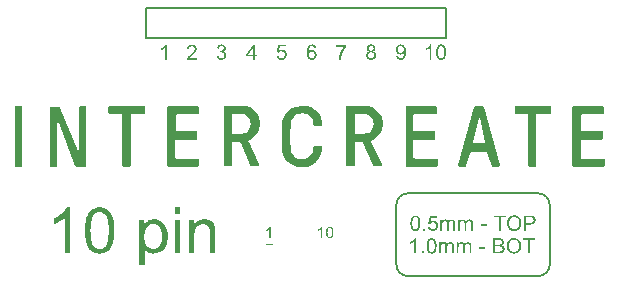
<source format=gto>
G04*
G04 #@! TF.GenerationSoftware,Altium Limited,Altium Designer,23.9.2 (47)*
G04*
G04 Layer_Color=65535*
%FSLAX44Y44*%
%MOMM*%
G71*
G04*
G04 #@! TF.SameCoordinates,D495FCE5-1433-4DC9-BC9C-766B31E1820A*
G04*
G04*
G04 #@! TF.FilePolarity,Positive*
G04*
G01*
G75*
%ADD10C,0.2000*%
%ADD11C,0.1000*%
G36*
X384721Y198222D02*
X383148D01*
Y208240D01*
X383129Y208221D01*
X383036Y208147D01*
X382925Y208036D01*
X382740Y207906D01*
X382537Y207740D01*
X382277Y207555D01*
X381981Y207351D01*
X381648Y207147D01*
X381629D01*
X381611Y207129D01*
X381500Y207055D01*
X381315Y206962D01*
X381092Y206851D01*
X380833Y206721D01*
X380555Y206592D01*
X380277Y206462D01*
X380000Y206351D01*
Y207869D01*
X380018D01*
X380055Y207906D01*
X380129Y207925D01*
X380222Y207980D01*
X380333Y208036D01*
X380463Y208110D01*
X380778Y208295D01*
X381148Y208499D01*
X381518Y208758D01*
X381907Y209054D01*
X382296Y209369D01*
X382314Y209388D01*
X382333Y209406D01*
X382388Y209462D01*
X382463Y209517D01*
X382629Y209702D01*
X382851Y209925D01*
X383074Y210184D01*
X383314Y210480D01*
X383518Y210777D01*
X383703Y211091D01*
X384721D01*
Y198222D01*
D02*
G37*
G36*
X393313Y211073D02*
X393554Y211036D01*
X393832Y210980D01*
X394128Y210906D01*
X394443Y210814D01*
X394739Y210665D01*
X394757D01*
X394776Y210647D01*
X394869Y210591D01*
X395017Y210499D01*
X395202Y210369D01*
X395406Y210184D01*
X395628Y209980D01*
X395831Y209739D01*
X396035Y209462D01*
X396054Y209425D01*
X396128Y209332D01*
X396202Y209165D01*
X396331Y208925D01*
X396442Y208647D01*
X396591Y208332D01*
X396720Y207962D01*
X396831Y207555D01*
Y207536D01*
X396850Y207499D01*
X396868Y207444D01*
X396887Y207351D01*
X396906Y207240D01*
X396924Y207110D01*
X396961Y206943D01*
X396979Y206758D01*
X397017Y206555D01*
X397035Y206332D01*
X397054Y206073D01*
X397091Y205814D01*
X397109Y205518D01*
Y205222D01*
X397128Y204888D01*
Y204536D01*
Y204518D01*
Y204444D01*
Y204314D01*
Y204166D01*
X397109Y203962D01*
Y203740D01*
X397091Y203499D01*
X397072Y203240D01*
X397017Y202648D01*
X396924Y202037D01*
X396813Y201444D01*
X396739Y201166D01*
X396646Y200889D01*
Y200870D01*
X396628Y200833D01*
X396591Y200759D01*
X396554Y200666D01*
X396517Y200537D01*
X396442Y200407D01*
X396294Y200092D01*
X396109Y199759D01*
X395868Y199389D01*
X395591Y199056D01*
X395257Y198741D01*
X395239D01*
X395220Y198704D01*
X395165Y198667D01*
X395091Y198630D01*
X394998Y198574D01*
X394906Y198500D01*
X394628Y198370D01*
X394295Y198241D01*
X393906Y198111D01*
X393443Y198037D01*
X392943Y198000D01*
X392758D01*
X392628Y198018D01*
X392480Y198037D01*
X392295Y198074D01*
X392091Y198111D01*
X391869Y198167D01*
X391647Y198241D01*
X391406Y198315D01*
X391165Y198426D01*
X390925Y198556D01*
X390684Y198704D01*
X390443Y198889D01*
X390221Y199093D01*
X390017Y199315D01*
X389999Y199333D01*
X389962Y199389D01*
X389906Y199481D01*
X389814Y199629D01*
X389721Y199796D01*
X389628Y200018D01*
X389499Y200278D01*
X389388Y200574D01*
X389277Y200907D01*
X389165Y201296D01*
X389054Y201722D01*
X388962Y202203D01*
X388869Y202722D01*
X388814Y203277D01*
X388777Y203888D01*
X388758Y204536D01*
Y204555D01*
Y204629D01*
Y204759D01*
Y204907D01*
X388777Y205110D01*
Y205333D01*
X388795Y205573D01*
X388814Y205851D01*
X388869Y206425D01*
X388962Y207036D01*
X389073Y207647D01*
X389147Y207925D01*
X389221Y208203D01*
Y208221D01*
X389240Y208258D01*
X389277Y208332D01*
X389314Y208425D01*
X389351Y208554D01*
X389425Y208684D01*
X389573Y208999D01*
X389758Y209332D01*
X389999Y209684D01*
X390276Y210036D01*
X390610Y210332D01*
X390628D01*
X390647Y210369D01*
X390702Y210406D01*
X390776Y210443D01*
X390869Y210517D01*
X390980Y210573D01*
X391258Y210721D01*
X391591Y210851D01*
X391980Y210980D01*
X392443Y211054D01*
X392943Y211091D01*
X393110D01*
X393313Y211073D01*
D02*
G37*
G36*
X358986D02*
X359079D01*
X359208Y211054D01*
X359523Y210999D01*
X359875Y210925D01*
X360264Y210795D01*
X360653Y210628D01*
X361041Y210406D01*
X361060D01*
X361078Y210369D01*
X361134Y210332D01*
X361208Y210277D01*
X361393Y210128D01*
X361634Y209925D01*
X361875Y209647D01*
X362152Y209314D01*
X362393Y208925D01*
X362615Y208480D01*
Y208462D01*
X362634Y208425D01*
X362671Y208351D01*
X362708Y208258D01*
X362745Y208129D01*
X362800Y207962D01*
X362837Y207777D01*
X362893Y207573D01*
X362949Y207332D01*
X363004Y207055D01*
X363041Y206758D01*
X363078Y206444D01*
X363115Y206092D01*
X363152Y205721D01*
X363171Y205314D01*
Y204888D01*
Y204870D01*
Y204777D01*
Y204648D01*
Y204481D01*
X363152Y204277D01*
Y204036D01*
X363134Y203759D01*
X363097Y203481D01*
X363041Y202851D01*
X362949Y202185D01*
X362819Y201555D01*
X362726Y201240D01*
X362634Y200963D01*
Y200944D01*
X362615Y200907D01*
X362578Y200833D01*
X362541Y200722D01*
X362486Y200611D01*
X362412Y200463D01*
X362226Y200148D01*
X362004Y199796D01*
X361745Y199426D01*
X361412Y199074D01*
X361041Y198759D01*
X361023D01*
X360986Y198722D01*
X360930Y198685D01*
X360856Y198648D01*
X360745Y198592D01*
X360634Y198519D01*
X360486Y198444D01*
X360338Y198389D01*
X359986Y198241D01*
X359560Y198111D01*
X359097Y198037D01*
X358579Y198000D01*
X358431D01*
X358338Y198018D01*
X358208D01*
X358060Y198037D01*
X357708Y198111D01*
X357320Y198204D01*
X356912Y198352D01*
X356505Y198556D01*
X356301Y198685D01*
X356116Y198833D01*
X356097Y198852D01*
X356079Y198870D01*
X356023Y198926D01*
X355968Y198981D01*
X355894Y199074D01*
X355801Y199185D01*
X355616Y199444D01*
X355431Y199778D01*
X355246Y200185D01*
X355098Y200648D01*
X354986Y201185D01*
X356505Y201315D01*
Y201296D01*
X356523Y201259D01*
Y201222D01*
X356542Y201148D01*
X356597Y200944D01*
X356671Y200722D01*
X356764Y200463D01*
X356894Y200203D01*
X357042Y199963D01*
X357227Y199759D01*
X357245Y199741D01*
X357320Y199685D01*
X357449Y199611D01*
X357597Y199537D01*
X357801Y199444D01*
X358042Y199370D01*
X358320Y199315D01*
X358616Y199296D01*
X358745D01*
X358875Y199315D01*
X359042Y199333D01*
X359245Y199370D01*
X359449Y199426D01*
X359671Y199500D01*
X359875Y199611D01*
X359893Y199629D01*
X359967Y199667D01*
X360079Y199741D01*
X360190Y199852D01*
X360338Y199981D01*
X360486Y200129D01*
X360634Y200296D01*
X360782Y200500D01*
X360801Y200518D01*
X360838Y200611D01*
X360912Y200741D01*
X360986Y200907D01*
X361078Y201129D01*
X361171Y201388D01*
X361264Y201685D01*
X361356Y202018D01*
Y202037D01*
X361375Y202055D01*
Y202111D01*
X361393Y202185D01*
X361430Y202370D01*
X361486Y202611D01*
X361523Y202907D01*
X361560Y203222D01*
X361578Y203573D01*
X361597Y203944D01*
Y203962D01*
Y204018D01*
Y204111D01*
Y204259D01*
X361578Y204222D01*
X361504Y204129D01*
X361393Y203999D01*
X361264Y203814D01*
X361078Y203629D01*
X360856Y203425D01*
X360597Y203222D01*
X360301Y203036D01*
X360264Y203018D01*
X360153Y202962D01*
X359986Y202888D01*
X359782Y202814D01*
X359505Y202722D01*
X359208Y202648D01*
X358875Y202592D01*
X358523Y202574D01*
X358375D01*
X358264Y202592D01*
X358116Y202611D01*
X357968Y202629D01*
X357783Y202666D01*
X357597Y202722D01*
X357171Y202851D01*
X356949Y202944D01*
X356727Y203055D01*
X356486Y203185D01*
X356264Y203351D01*
X356042Y203518D01*
X355838Y203722D01*
X355820Y203740D01*
X355783Y203777D01*
X355746Y203833D01*
X355672Y203925D01*
X355579Y204055D01*
X355486Y204185D01*
X355394Y204351D01*
X355301Y204536D01*
X355190Y204740D01*
X355098Y204962D01*
X355005Y205222D01*
X354912Y205481D01*
X354838Y205777D01*
X354801Y206092D01*
X354764Y206406D01*
X354746Y206758D01*
Y206777D01*
Y206851D01*
Y206943D01*
X354764Y207073D01*
X354783Y207240D01*
X354801Y207444D01*
X354838Y207647D01*
X354894Y207888D01*
X355023Y208369D01*
X355116Y208629D01*
X355227Y208906D01*
X355357Y209165D01*
X355523Y209406D01*
X355690Y209666D01*
X355894Y209888D01*
X355912Y209906D01*
X355949Y209943D01*
X356005Y209999D01*
X356097Y210073D01*
X356209Y210165D01*
X356357Y210277D01*
X356505Y210369D01*
X356690Y210499D01*
X356875Y210610D01*
X357097Y210702D01*
X357597Y210906D01*
X357856Y210980D01*
X358153Y211036D01*
X358449Y211073D01*
X358764Y211091D01*
X358894D01*
X358986Y211073D01*
D02*
G37*
G36*
X333942D02*
X334090Y211054D01*
X334257Y211036D01*
X334442Y211017D01*
X334627Y210962D01*
X335071Y210851D01*
X335516Y210684D01*
X335738Y210573D01*
X335960Y210443D01*
X336164Y210277D01*
X336367Y210110D01*
X336386Y210091D01*
X336404Y210073D01*
X336460Y210017D01*
X336534Y209943D01*
X336608Y209832D01*
X336701Y209721D01*
X336886Y209443D01*
X337071Y209091D01*
X337238Y208684D01*
X337367Y208221D01*
X337386Y207980D01*
X337404Y207721D01*
Y207703D01*
Y207684D01*
Y207573D01*
X337386Y207406D01*
X337349Y207203D01*
X337293Y206943D01*
X337201Y206684D01*
X337090Y206425D01*
X336923Y206166D01*
X336904Y206129D01*
X336830Y206055D01*
X336719Y205944D01*
X336571Y205795D01*
X336367Y205629D01*
X336127Y205462D01*
X335849Y205296D01*
X335516Y205147D01*
X335534D01*
X335571Y205129D01*
X335627Y205110D01*
X335701Y205073D01*
X335923Y204981D01*
X336182Y204851D01*
X336460Y204666D01*
X336756Y204462D01*
X337034Y204203D01*
X337293Y203907D01*
Y203888D01*
X337312Y203870D01*
X337386Y203759D01*
X337497Y203573D01*
X337608Y203333D01*
X337719Y203036D01*
X337830Y202685D01*
X337904Y202296D01*
X337923Y201870D01*
Y201852D01*
Y201796D01*
Y201703D01*
X337904Y201592D01*
X337886Y201463D01*
X337867Y201296D01*
X337830Y201111D01*
X337775Y200907D01*
X337645Y200481D01*
X337552Y200240D01*
X337423Y200018D01*
X337293Y199778D01*
X337145Y199555D01*
X336960Y199333D01*
X336756Y199111D01*
X336738Y199093D01*
X336701Y199056D01*
X336645Y199000D01*
X336553Y198944D01*
X336423Y198852D01*
X336293Y198759D01*
X336127Y198667D01*
X335942Y198556D01*
X335738Y198444D01*
X335497Y198352D01*
X335238Y198259D01*
X334979Y198167D01*
X334682Y198111D01*
X334368Y198056D01*
X334053Y198018D01*
X333701Y198000D01*
X333516D01*
X333386Y198018D01*
X333220Y198037D01*
X333034Y198056D01*
X332831Y198093D01*
X332608Y198148D01*
X332109Y198278D01*
X331849Y198370D01*
X331609Y198463D01*
X331349Y198592D01*
X331090Y198741D01*
X330849Y198907D01*
X330627Y199111D01*
X330609Y199130D01*
X330572Y199167D01*
X330516Y199222D01*
X330442Y199315D01*
X330368Y199426D01*
X330257Y199555D01*
X330164Y199704D01*
X330053Y199889D01*
X329942Y200074D01*
X329850Y200296D01*
X329664Y200759D01*
X329590Y201037D01*
X329535Y201315D01*
X329498Y201611D01*
X329479Y201907D01*
Y201926D01*
Y201963D01*
Y202037D01*
X329498Y202111D01*
Y202222D01*
X329516Y202351D01*
X329553Y202648D01*
X329627Y202981D01*
X329738Y203314D01*
X329905Y203666D01*
X330109Y203999D01*
Y204018D01*
X330146Y204036D01*
X330220Y204129D01*
X330368Y204277D01*
X330572Y204462D01*
X330831Y204648D01*
X331146Y204851D01*
X331497Y205018D01*
X331923Y205147D01*
X331905D01*
X331886Y205166D01*
X331831Y205184D01*
X331757Y205222D01*
X331590Y205296D01*
X331368Y205407D01*
X331127Y205555D01*
X330886Y205740D01*
X330664Y205944D01*
X330461Y206166D01*
X330442Y206203D01*
X330387Y206277D01*
X330312Y206425D01*
X330238Y206610D01*
X330146Y206851D01*
X330072Y207129D01*
X330016Y207444D01*
X329998Y207777D01*
Y207795D01*
Y207832D01*
Y207906D01*
X330016Y208018D01*
X330035Y208129D01*
X330053Y208277D01*
X330127Y208591D01*
X330238Y208962D01*
X330424Y209351D01*
X330535Y209554D01*
X330664Y209758D01*
X330831Y209943D01*
X330998Y210128D01*
X331016Y210147D01*
X331053Y210165D01*
X331109Y210221D01*
X331183Y210277D01*
X331275Y210351D01*
X331405Y210425D01*
X331553Y210517D01*
X331701Y210610D01*
X331886Y210702D01*
X332090Y210795D01*
X332312Y210869D01*
X332553Y210943D01*
X333071Y211054D01*
X333368Y211073D01*
X333664Y211091D01*
X333831D01*
X333942Y211073D01*
D02*
G37*
G36*
X312658Y209406D02*
X312640Y209388D01*
X312603Y209351D01*
X312528Y209277D01*
X312454Y209165D01*
X312343Y209036D01*
X312195Y208888D01*
X312047Y208703D01*
X311880Y208480D01*
X311714Y208258D01*
X311510Y207999D01*
X311306Y207703D01*
X311103Y207406D01*
X310881Y207073D01*
X310658Y206721D01*
X310436Y206332D01*
X310214Y205944D01*
X310195Y205925D01*
X310158Y205851D01*
X310103Y205740D01*
X310010Y205573D01*
X309918Y205370D01*
X309806Y205147D01*
X309677Y204888D01*
X309547Y204592D01*
X309399Y204259D01*
X309233Y203925D01*
X309084Y203555D01*
X308936Y203166D01*
X308640Y202370D01*
X308362Y201518D01*
Y201500D01*
X308344Y201444D01*
X308325Y201352D01*
X308288Y201240D01*
X308251Y201092D01*
X308214Y200907D01*
X308158Y200703D01*
X308121Y200481D01*
X308066Y200222D01*
X308010Y199944D01*
X307918Y199352D01*
X307825Y198704D01*
X307770Y198000D01*
X306159D01*
Y198018D01*
Y198074D01*
Y198148D01*
X306177Y198259D01*
Y198407D01*
X306196Y198592D01*
X306214Y198796D01*
X306233Y199018D01*
X306270Y199278D01*
X306307Y199537D01*
X306362Y199852D01*
X306418Y200166D01*
X306474Y200500D01*
X306548Y200870D01*
X306733Y201629D01*
Y201648D01*
X306751Y201722D01*
X306788Y201833D01*
X306844Y202000D01*
X306899Y202185D01*
X306973Y202407D01*
X307048Y202666D01*
X307159Y202944D01*
X307270Y203259D01*
X307381Y203573D01*
X307659Y204277D01*
X307992Y205018D01*
X308362Y205758D01*
X308381Y205777D01*
X308418Y205851D01*
X308473Y205944D01*
X308547Y206092D01*
X308640Y206258D01*
X308770Y206462D01*
X308899Y206684D01*
X309047Y206925D01*
X309399Y207462D01*
X309769Y208018D01*
X310195Y208591D01*
X310640Y209128D01*
X304363D01*
Y210647D01*
X312658D01*
Y209406D01*
D02*
G37*
G36*
X283941Y211073D02*
X284071D01*
X284219Y211054D01*
X284571Y210980D01*
X284959Y210888D01*
X285367Y210739D01*
X285774Y210517D01*
X285978Y210388D01*
X286163Y210240D01*
X286181Y210221D01*
X286200Y210202D01*
X286255Y210147D01*
X286311Y210091D01*
X286404Y209999D01*
X286478Y209888D01*
X286681Y209628D01*
X286885Y209295D01*
X287070Y208888D01*
X287237Y208425D01*
X287348Y207906D01*
X285774Y207777D01*
Y207795D01*
X285756Y207814D01*
X285737Y207925D01*
X285681Y208092D01*
X285607Y208295D01*
X285533Y208517D01*
X285422Y208740D01*
X285293Y208943D01*
X285163Y209110D01*
X285126Y209147D01*
X285052Y209221D01*
X284922Y209332D01*
X284737Y209462D01*
X284496Y209573D01*
X284237Y209684D01*
X283922Y209758D01*
X283589Y209795D01*
X283459D01*
X283311Y209777D01*
X283145Y209739D01*
X282922Y209684D01*
X282700Y209610D01*
X282478Y209517D01*
X282256Y209369D01*
X282219Y209351D01*
X282126Y209277D01*
X281997Y209147D01*
X281830Y208962D01*
X281645Y208740D01*
X281441Y208480D01*
X281256Y208147D01*
X281071Y207777D01*
Y207758D01*
X281052Y207721D01*
X281034Y207666D01*
X280997Y207592D01*
X280978Y207481D01*
X280941Y207351D01*
X280904Y207203D01*
X280867Y207018D01*
X280812Y206814D01*
X280775Y206592D01*
X280738Y206351D01*
X280719Y206092D01*
X280682Y205795D01*
X280664Y205499D01*
X280645Y205166D01*
Y204833D01*
X280664Y204851D01*
X280738Y204962D01*
X280867Y205110D01*
X281034Y205296D01*
X281219Y205518D01*
X281460Y205721D01*
X281719Y205925D01*
X282015Y206110D01*
X282034D01*
X282052Y206129D01*
X282163Y206184D01*
X282330Y206240D01*
X282552Y206332D01*
X282811Y206406D01*
X283108Y206462D01*
X283423Y206518D01*
X283756Y206536D01*
X283904D01*
X284015Y206518D01*
X284163Y206499D01*
X284311Y206481D01*
X284496Y206444D01*
X284682Y206388D01*
X285107Y206258D01*
X285330Y206166D01*
X285552Y206036D01*
X285774Y205907D01*
X286015Y205758D01*
X286237Y205573D01*
X286441Y205370D01*
X286459Y205351D01*
X286496Y205314D01*
X286552Y205259D01*
X286607Y205166D01*
X286700Y205036D01*
X286793Y204907D01*
X286885Y204740D01*
X286996Y204555D01*
X287107Y204351D01*
X287200Y204129D01*
X287292Y203870D01*
X287385Y203610D01*
X287441Y203333D01*
X287496Y203018D01*
X287533Y202703D01*
X287552Y202370D01*
Y202351D01*
Y202314D01*
Y202259D01*
Y202166D01*
X287533Y202055D01*
Y201944D01*
X287478Y201648D01*
X287422Y201296D01*
X287330Y200926D01*
X287200Y200518D01*
X287015Y200129D01*
Y200111D01*
X286996Y200092D01*
X286959Y200037D01*
X286922Y199963D01*
X286811Y199778D01*
X286644Y199537D01*
X286441Y199278D01*
X286200Y199018D01*
X285904Y198759D01*
X285589Y198537D01*
X285570D01*
X285552Y198519D01*
X285496Y198481D01*
X285422Y198463D01*
X285237Y198370D01*
X284996Y198278D01*
X284682Y198167D01*
X284330Y198093D01*
X283941Y198018D01*
X283515Y198000D01*
X283423D01*
X283330Y198018D01*
X283182D01*
X283015Y198037D01*
X282830Y198074D01*
X282608Y198130D01*
X282386Y198185D01*
X282126Y198259D01*
X281867Y198352D01*
X281608Y198463D01*
X281330Y198611D01*
X281071Y198778D01*
X280812Y198963D01*
X280552Y199185D01*
X280312Y199444D01*
X280293Y199463D01*
X280256Y199518D01*
X280201Y199592D01*
X280126Y199722D01*
X280015Y199889D01*
X279923Y200074D01*
X279812Y200315D01*
X279701Y200574D01*
X279571Y200889D01*
X279460Y201240D01*
X279367Y201629D01*
X279275Y202055D01*
X279182Y202537D01*
X279127Y203055D01*
X279090Y203610D01*
X279071Y204203D01*
Y204222D01*
Y204240D01*
Y204296D01*
Y204370D01*
X279090Y204555D01*
Y204814D01*
X279108Y205110D01*
X279145Y205462D01*
X279182Y205851D01*
X279238Y206277D01*
X279312Y206703D01*
X279404Y207166D01*
X279515Y207610D01*
X279645Y208055D01*
X279812Y208480D01*
X279997Y208888D01*
X280201Y209277D01*
X280441Y209610D01*
X280460Y209628D01*
X280497Y209666D01*
X280571Y209739D01*
X280664Y209851D01*
X280775Y209962D01*
X280923Y210073D01*
X281108Y210221D01*
X281293Y210351D01*
X281515Y210480D01*
X281756Y210628D01*
X282034Y210739D01*
X282311Y210869D01*
X282626Y210962D01*
X282960Y211036D01*
X283311Y211073D01*
X283682Y211091D01*
X283830D01*
X283941Y211073D01*
D02*
G37*
G36*
X261630Y209369D02*
X256501D01*
X255816Y205907D01*
X255834Y205925D01*
X255871Y205944D01*
X255927Y205981D01*
X256020Y206036D01*
X256131Y206092D01*
X256260Y206166D01*
X256557Y206314D01*
X256927Y206462D01*
X257334Y206592D01*
X257779Y206684D01*
X258001Y206721D01*
X258408D01*
X258519Y206703D01*
X258668Y206684D01*
X258834Y206666D01*
X259019Y206629D01*
X259223Y206573D01*
X259667Y206444D01*
X259908Y206351D01*
X260149Y206221D01*
X260389Y206092D01*
X260630Y205944D01*
X260852Y205758D01*
X261075Y205555D01*
X261093Y205536D01*
X261130Y205499D01*
X261186Y205444D01*
X261260Y205351D01*
X261352Y205222D01*
X261445Y205092D01*
X261556Y204925D01*
X261667Y204740D01*
X261760Y204536D01*
X261871Y204314D01*
X261963Y204055D01*
X262056Y203796D01*
X262130Y203518D01*
X262186Y203203D01*
X262223Y202888D01*
X262241Y202555D01*
Y202537D01*
Y202481D01*
Y202388D01*
X262223Y202259D01*
X262204Y202111D01*
X262186Y201944D01*
X262149Y201740D01*
X262111Y201537D01*
X262000Y201055D01*
X261815Y200555D01*
X261704Y200296D01*
X261556Y200055D01*
X261408Y199796D01*
X261223Y199555D01*
X261204Y199537D01*
X261167Y199481D01*
X261093Y199407D01*
X261000Y199315D01*
X260871Y199204D01*
X260723Y199056D01*
X260538Y198926D01*
X260334Y198778D01*
X260112Y198630D01*
X259853Y198500D01*
X259575Y198370D01*
X259279Y198241D01*
X258964Y198148D01*
X258612Y198074D01*
X258242Y198018D01*
X257853Y198000D01*
X257686D01*
X257556Y198018D01*
X257408Y198037D01*
X257242Y198056D01*
X257038Y198074D01*
X256834Y198130D01*
X256371Y198241D01*
X255909Y198407D01*
X255668Y198519D01*
X255427Y198648D01*
X255205Y198796D01*
X254983Y198963D01*
X254964Y198981D01*
X254927Y199000D01*
X254890Y199074D01*
X254816Y199148D01*
X254723Y199241D01*
X254631Y199352D01*
X254520Y199500D01*
X254427Y199667D01*
X254316Y199833D01*
X254205Y200037D01*
X254001Y200481D01*
X253835Y201000D01*
X253779Y201277D01*
X253742Y201574D01*
X255390Y201703D01*
Y201685D01*
Y201648D01*
X255408Y201592D01*
X255427Y201500D01*
X255483Y201296D01*
X255557Y201018D01*
X255668Y200741D01*
X255816Y200426D01*
X256001Y200148D01*
X256223Y199889D01*
X256260Y199870D01*
X256334Y199796D01*
X256483Y199704D01*
X256686Y199592D01*
X256908Y199481D01*
X257186Y199389D01*
X257501Y199315D01*
X257853Y199296D01*
X257964D01*
X258038Y199315D01*
X258260Y199333D01*
X258519Y199407D01*
X258834Y199500D01*
X259149Y199648D01*
X259482Y199870D01*
X259630Y200000D01*
X259778Y200148D01*
X259797Y200166D01*
X259816Y200185D01*
X259853Y200240D01*
X259908Y200296D01*
X260038Y200500D01*
X260186Y200759D01*
X260315Y201074D01*
X260445Y201463D01*
X260538Y201926D01*
X260575Y202166D01*
Y202425D01*
Y202444D01*
Y202481D01*
Y202555D01*
X260556Y202648D01*
Y202759D01*
X260538Y202888D01*
X260482Y203185D01*
X260389Y203536D01*
X260260Y203888D01*
X260075Y204222D01*
X259816Y204536D01*
Y204555D01*
X259778Y204573D01*
X259686Y204666D01*
X259519Y204796D01*
X259297Y204944D01*
X259001Y205073D01*
X258668Y205203D01*
X258279Y205296D01*
X258056Y205333D01*
X257705D01*
X257556Y205314D01*
X257371Y205296D01*
X257149Y205240D01*
X256927Y205184D01*
X256686Y205092D01*
X256446Y204981D01*
X256427Y204962D01*
X256353Y204925D01*
X256242Y204833D01*
X256094Y204740D01*
X255945Y204610D01*
X255797Y204444D01*
X255631Y204277D01*
X255501Y204074D01*
X254020Y204277D01*
X255260Y210869D01*
X261630D01*
Y209369D01*
D02*
G37*
G36*
X279210Y158849D02*
X282914Y157923D01*
X286617Y155609D01*
X287080D01*
X287543Y155146D01*
X289395Y152831D01*
X291247Y149591D01*
X292173Y145424D01*
Y143572D01*
Y143109D01*
Y142646D01*
X291710Y142184D01*
X290784Y141721D01*
X286154D01*
X285691Y142184D01*
X285228Y142646D01*
X284765Y143572D01*
Y144498D01*
Y144961D01*
X284303Y146813D01*
X283377Y148665D01*
X281525Y150516D01*
X281062Y150979D01*
X280136Y151905D01*
X278284Y152368D01*
X275970Y152831D01*
X275044D01*
X273192Y152368D01*
X270877Y151905D01*
X268563Y150516D01*
X268100Y150053D01*
X267174Y149128D01*
X266248Y147276D01*
X265785Y144961D01*
Y144498D01*
Y143109D01*
Y140795D01*
X265322Y138017D01*
Y134776D01*
Y130610D01*
X265785Y122277D01*
Y121814D01*
X266248Y119962D01*
X267174Y118111D01*
X268563Y116259D01*
X269025Y115796D01*
X270414Y115333D01*
X272266Y114407D01*
X275044Y113944D01*
X275507D01*
X277358Y114407D01*
X279210Y114870D01*
X281525Y116259D01*
X281988Y116722D01*
X282914Y118111D01*
X284303Y119962D01*
X284765Y122277D01*
Y123666D01*
Y124129D01*
Y124592D01*
X285228Y125055D01*
X286154Y125518D01*
X291710D01*
X292173Y124592D01*
Y123666D01*
Y121814D01*
Y121351D01*
Y120888D01*
X291247Y118111D01*
X289858Y114870D01*
X287080Y111166D01*
X286154Y110703D01*
X283840Y109315D01*
X280136Y107463D01*
X275507Y107000D01*
X274581D01*
X271340Y107463D01*
X267637Y108852D01*
X263470Y111166D01*
X262544Y112092D01*
X261155Y114407D01*
X259304Y117648D01*
X258378Y121814D01*
Y122277D01*
Y123666D01*
Y125981D01*
Y129221D01*
Y132462D01*
Y136165D01*
Y144498D01*
Y144961D01*
Y145424D01*
X259304Y148202D01*
X260693Y151442D01*
X263470Y154683D01*
X263933D01*
X264396Y155609D01*
X266711Y156998D01*
X270414Y158386D01*
X275044Y159312D01*
X276432D01*
X279210Y158849D01*
D02*
G37*
G36*
X92645Y158386D02*
Y157460D01*
Y108852D01*
Y108389D01*
X92182Y107926D01*
X91256Y107463D01*
X84312D01*
X83386Y108389D01*
X69035Y144961D01*
X68109D01*
Y108389D01*
Y107926D01*
X67183Y107463D01*
X66258Y107000D01*
X62554D01*
X62091Y107463D01*
X61628Y108389D01*
Y156998D01*
Y157460D01*
Y157923D01*
X62091Y158386D01*
X69961D01*
X70424Y157923D01*
Y157460D01*
X85238Y120888D01*
X85701Y120425D01*
X86164D01*
X86627Y120888D01*
Y157460D01*
Y157923D01*
Y158386D01*
X87090Y158849D01*
X92182D01*
X92645Y158386D01*
D02*
G37*
G36*
X331059Y158849D02*
X334763Y157923D01*
X338004Y155609D01*
X338929Y155146D01*
X340318Y152831D01*
X342633Y149591D01*
X344022Y145424D01*
Y144498D01*
X343559Y142184D01*
X343096Y139406D01*
X341707Y136165D01*
X341244Y135702D01*
X339855Y134313D01*
X338004Y132462D01*
X335226Y130610D01*
X334763D01*
X333837Y129684D01*
X333374Y129221D01*
X333837Y128295D01*
X342633Y109778D01*
Y109315D01*
Y108852D01*
X341707Y107926D01*
X336152D01*
X335689Y108389D01*
X335226Y109315D01*
X326430Y127832D01*
Y128295D01*
X325504D01*
X324578Y128758D01*
X320875Y128295D01*
X320412D01*
X319949Y127832D01*
Y109315D01*
Y108852D01*
X319486Y108389D01*
X318560Y107926D01*
X313468D01*
X313005Y108389D01*
X312542Y109315D01*
Y157923D01*
Y158386D01*
Y158849D01*
X313005Y159312D01*
X328282D01*
X331059Y158849D01*
D02*
G37*
G36*
X227361D02*
X231064Y157923D01*
X234768Y155609D01*
X235694Y155146D01*
X237083Y152831D01*
X238934Y149591D01*
X239860Y145424D01*
Y144498D01*
Y142184D01*
X238934Y139406D01*
X237546Y136165D01*
X237083Y135702D01*
X235694Y134313D01*
X233842Y132462D01*
X231064Y130610D01*
X230601D01*
X230138Y129684D01*
X229676Y129221D01*
X230138Y128295D01*
X238934Y109778D01*
X239397Y109315D01*
X238934Y108852D01*
X238471Y107926D01*
X232453D01*
X231990Y108389D01*
X231527Y109315D01*
X223194Y127832D01*
X222731Y128295D01*
X221806Y128758D01*
X216713Y128295D01*
X216250D01*
X215787Y127832D01*
Y109315D01*
Y108852D01*
X215324Y108389D01*
X214398Y107926D01*
X209769D01*
X209306Y108389D01*
X208843Y109315D01*
Y157923D01*
Y158386D01*
X209306Y158849D01*
X209769Y159312D01*
X224583D01*
X227361Y158849D01*
D02*
G37*
G36*
X530587Y158386D02*
Y157460D01*
Y153757D01*
Y153294D01*
Y152831D01*
X530124Y152368D01*
X529198Y151905D01*
X512069D01*
X511606Y151442D01*
Y138017D01*
X512069D01*
Y137554D01*
X529661D01*
X530124Y137091D01*
Y136165D01*
Y131999D01*
Y131536D01*
X529661Y131073D01*
X528735Y130610D01*
X512069D01*
X511606Y130147D01*
X511143Y114870D01*
Y114407D01*
X511606Y113944D01*
X512069Y114407D01*
X531050D01*
X531513Y113944D01*
X531976Y113018D01*
Y108852D01*
X531513Y108389D01*
X531050Y107926D01*
X529661Y107463D01*
X505125D01*
X504199Y107926D01*
X503736Y108852D01*
Y157460D01*
Y157923D01*
X504199Y158386D01*
X504662Y158849D01*
X530124D01*
X530587Y158386D01*
D02*
G37*
G36*
X486144D02*
Y157460D01*
Y153757D01*
Y153294D01*
Y152831D01*
X485682Y152368D01*
X484756Y151905D01*
X473645D01*
Y151442D01*
Y150516D01*
Y149591D01*
Y147739D01*
Y144961D01*
Y141258D01*
Y136165D01*
Y130147D01*
Y108852D01*
Y108389D01*
X473182Y107926D01*
X472256Y107463D01*
X467627D01*
X467164Y107926D01*
X466701Y108852D01*
Y151442D01*
Y151905D01*
X456516D01*
X456053Y152368D01*
X455591Y152831D01*
X455127Y153757D01*
Y157460D01*
Y157923D01*
Y158386D01*
X455591Y158849D01*
X485682D01*
X486144Y158386D01*
D02*
G37*
G36*
X429203Y157923D02*
X443091Y108852D01*
Y108389D01*
X442165Y107926D01*
X441239Y107463D01*
X437073D01*
X435684Y108389D01*
X431981Y119499D01*
X431518Y119962D01*
X430592Y120425D01*
X418092D01*
X417166Y119499D01*
X413926Y108389D01*
Y107926D01*
X413463Y107463D01*
X408371D01*
X407908Y107926D01*
X407445Y108389D01*
X406982Y108852D01*
X420870Y157923D01*
Y158386D01*
X421333Y158849D01*
X428277D01*
X429203Y157923D01*
D02*
G37*
G36*
X389390Y158386D02*
X389853Y157460D01*
Y153757D01*
Y153294D01*
Y152831D01*
X388927Y152368D01*
X388001Y151905D01*
X370872D01*
X369484Y151442D01*
Y138017D01*
Y137554D01*
X387538D01*
X388001Y137091D01*
Y136165D01*
Y131999D01*
Y131536D01*
X387538Y131073D01*
X386612Y130610D01*
X369484D01*
Y130147D01*
Y114870D01*
X370872D01*
Y114407D01*
Y113944D01*
X371335Y114407D01*
X389853D01*
X390316Y113944D01*
Y113018D01*
Y108852D01*
Y108389D01*
X389853Y107926D01*
X388927Y107463D01*
X363928D01*
X363465Y107926D01*
X363002Y108852D01*
Y157460D01*
Y157923D01*
Y158386D01*
X363465Y158849D01*
X388927D01*
X389390Y158386D01*
D02*
G37*
G36*
X188011D02*
Y157460D01*
Y153757D01*
Y153294D01*
Y152831D01*
X187548Y152368D01*
X186622Y151905D01*
X169030D01*
X168104Y151442D01*
Y138017D01*
Y137554D01*
X186159D01*
X186622Y137091D01*
Y136165D01*
Y131999D01*
Y131536D01*
X186159Y131073D01*
X185233Y130610D01*
X168567D01*
X167642Y130147D01*
Y114870D01*
X168567D01*
Y114407D01*
Y113944D01*
X169030Y114407D01*
X187548D01*
X188011Y113944D01*
Y113018D01*
Y108852D01*
Y108389D01*
X187548Y107926D01*
X186622Y107463D01*
X162086D01*
X161623Y107926D01*
X161160Y108852D01*
Y157460D01*
Y157923D01*
Y158386D01*
X161623Y158849D01*
X187548D01*
X188011Y158386D01*
D02*
G37*
G36*
X142643D02*
Y157460D01*
Y153757D01*
Y153294D01*
Y152831D01*
X142180Y152368D01*
X141254Y151905D01*
X130606D01*
Y151442D01*
Y150516D01*
Y149591D01*
Y147739D01*
Y144961D01*
Y141258D01*
Y136165D01*
Y130147D01*
Y108852D01*
Y108389D01*
X129680Y107926D01*
X128755Y107463D01*
X124125D01*
X123662Y107926D01*
X123199Y108852D01*
Y151442D01*
Y151905D01*
X113015D01*
X112552Y152368D01*
X111626Y152831D01*
X111163Y153757D01*
Y157460D01*
Y157923D01*
X111626Y158386D01*
X112089Y158849D01*
X142180D01*
X142643Y158386D01*
D02*
G37*
G36*
X38481D02*
Y157460D01*
Y108852D01*
Y108389D01*
X38018Y107926D01*
X37092Y107463D01*
X32463D01*
X32000Y107926D01*
Y108852D01*
Y157460D01*
Y157923D01*
Y158386D01*
X32463Y158849D01*
X38018D01*
X38481Y158386D01*
D02*
G37*
G36*
X292536Y47166D02*
X291358D01*
Y54669D01*
X291344Y54655D01*
X291274Y54600D01*
X291191Y54517D01*
X291052Y54420D01*
X290900Y54295D01*
X290706Y54156D01*
X290484Y54004D01*
X290234Y53851D01*
X290220D01*
X290207Y53837D01*
X290123Y53782D01*
X289985Y53712D01*
X289818Y53629D01*
X289624Y53532D01*
X289416Y53435D01*
X289208Y53338D01*
X289000Y53255D01*
Y54392D01*
X289014D01*
X289042Y54420D01*
X289097Y54433D01*
X289166Y54475D01*
X289250Y54517D01*
X289347Y54572D01*
X289583Y54711D01*
X289860Y54863D01*
X290137Y55058D01*
X290429Y55279D01*
X290720Y55515D01*
X290734Y55529D01*
X290747Y55543D01*
X290789Y55585D01*
X290844Y55626D01*
X290969Y55765D01*
X291136Y55931D01*
X291302Y56125D01*
X291482Y56347D01*
X291635Y56569D01*
X291774Y56805D01*
X292536D01*
Y47166D01*
D02*
G37*
G36*
X298971Y56791D02*
X299152Y56763D01*
X299360Y56722D01*
X299582Y56666D01*
X299817Y56597D01*
X300039Y56486D01*
X300053D01*
X300067Y56472D01*
X300136Y56431D01*
X300247Y56361D01*
X300386Y56264D01*
X300539Y56125D01*
X300705Y55973D01*
X300858Y55793D01*
X301010Y55585D01*
X301024Y55557D01*
X301079Y55487D01*
X301135Y55363D01*
X301232Y55182D01*
X301315Y54974D01*
X301426Y54739D01*
X301523Y54461D01*
X301606Y54156D01*
Y54142D01*
X301620Y54114D01*
X301634Y54073D01*
X301648Y54004D01*
X301662Y53920D01*
X301676Y53823D01*
X301703Y53698D01*
X301717Y53560D01*
X301745Y53407D01*
X301759Y53241D01*
X301773Y53047D01*
X301800Y52853D01*
X301814Y52631D01*
Y52409D01*
X301828Y52159D01*
Y51896D01*
Y51882D01*
Y51826D01*
Y51729D01*
Y51618D01*
X301814Y51466D01*
Y51299D01*
X301800Y51119D01*
X301787Y50925D01*
X301745Y50481D01*
X301676Y50023D01*
X301593Y49580D01*
X301537Y49372D01*
X301468Y49163D01*
Y49150D01*
X301454Y49122D01*
X301426Y49066D01*
X301398Y48997D01*
X301371Y48900D01*
X301315Y48803D01*
X301204Y48567D01*
X301066Y48317D01*
X300885Y48040D01*
X300677Y47790D01*
X300428Y47555D01*
X300414D01*
X300400Y47527D01*
X300358Y47499D01*
X300303Y47471D01*
X300233Y47430D01*
X300164Y47375D01*
X299956Y47277D01*
X299706Y47180D01*
X299415Y47083D01*
X299069Y47028D01*
X298694Y47000D01*
X298555D01*
X298458Y47014D01*
X298347Y47028D01*
X298209Y47056D01*
X298056Y47083D01*
X297890Y47125D01*
X297723Y47180D01*
X297543Y47236D01*
X297363Y47319D01*
X297182Y47416D01*
X297002Y47527D01*
X296822Y47666D01*
X296655Y47818D01*
X296503Y47985D01*
X296489Y47998D01*
X296461Y48040D01*
X296420Y48109D01*
X296350Y48220D01*
X296281Y48345D01*
X296212Y48512D01*
X296115Y48706D01*
X296031Y48928D01*
X295948Y49177D01*
X295865Y49469D01*
X295782Y49788D01*
X295712Y50148D01*
X295643Y50536D01*
X295601Y50953D01*
X295574Y51410D01*
X295560Y51896D01*
Y51909D01*
Y51965D01*
Y52062D01*
Y52173D01*
X295574Y52326D01*
Y52492D01*
X295588Y52672D01*
X295601Y52880D01*
X295643Y53310D01*
X295712Y53768D01*
X295795Y54225D01*
X295851Y54433D01*
X295907Y54641D01*
Y54655D01*
X295920Y54683D01*
X295948Y54739D01*
X295976Y54808D01*
X296003Y54905D01*
X296059Y55002D01*
X296170Y55238D01*
X296309Y55487D01*
X296489Y55751D01*
X296697Y56014D01*
X296947Y56236D01*
X296961D01*
X296974Y56264D01*
X297016Y56292D01*
X297071Y56320D01*
X297141Y56375D01*
X297224Y56417D01*
X297432Y56528D01*
X297682Y56625D01*
X297973Y56722D01*
X298320Y56777D01*
X298694Y56805D01*
X298819D01*
X298971Y56791D01*
D02*
G37*
G36*
X235198Y202518D02*
X236939D01*
Y201074D01*
X235198D01*
Y198000D01*
X233624D01*
Y201074D01*
X228051D01*
Y202518D01*
X233920Y210814D01*
X235198D01*
Y202518D01*
D02*
G37*
G36*
X207222Y211073D02*
X207463Y211036D01*
X207759Y210980D01*
X208093Y210888D01*
X208426Y210777D01*
X208759Y210628D01*
X208778D01*
X208796Y210610D01*
X208908Y210554D01*
X209074Y210443D01*
X209259Y210313D01*
X209482Y210128D01*
X209704Y209925D01*
X209926Y209684D01*
X210111Y209406D01*
X210130Y209369D01*
X210185Y209277D01*
X210259Y209110D01*
X210352Y208906D01*
X210444Y208666D01*
X210518Y208388D01*
X210574Y208073D01*
X210592Y207758D01*
Y207721D01*
Y207610D01*
X210574Y207462D01*
X210537Y207258D01*
X210481Y207018D01*
X210389Y206758D01*
X210278Y206499D01*
X210130Y206240D01*
X210111Y206203D01*
X210056Y206129D01*
X209944Y205999D01*
X209796Y205851D01*
X209611Y205684D01*
X209389Y205499D01*
X209130Y205333D01*
X208815Y205166D01*
X208833D01*
X208870Y205147D01*
X208926Y205129D01*
X209000Y205110D01*
X209204Y205036D01*
X209463Y204925D01*
X209759Y204777D01*
X210056Y204592D01*
X210333Y204351D01*
X210592Y204074D01*
X210611Y204036D01*
X210685Y203925D01*
X210796Y203740D01*
X210907Y203499D01*
X211018Y203203D01*
X211129Y202851D01*
X211203Y202444D01*
X211222Y202000D01*
Y201981D01*
Y201926D01*
Y201833D01*
X211203Y201722D01*
X211185Y201574D01*
X211148Y201407D01*
X211111Y201222D01*
X211074Y201018D01*
X210926Y200574D01*
X210815Y200333D01*
X210704Y200111D01*
X210555Y199870D01*
X210389Y199629D01*
X210204Y199389D01*
X209981Y199167D01*
X209963Y199148D01*
X209926Y199111D01*
X209852Y199056D01*
X209759Y198981D01*
X209648Y198889D01*
X209500Y198796D01*
X209333Y198685D01*
X209130Y198592D01*
X208926Y198481D01*
X208685Y198370D01*
X208445Y198278D01*
X208167Y198185D01*
X207871Y198111D01*
X207556Y198056D01*
X207241Y198018D01*
X206889Y198000D01*
X206723D01*
X206611Y198018D01*
X206463Y198037D01*
X206297Y198056D01*
X206112Y198093D01*
X205908Y198130D01*
X205463Y198241D01*
X205000Y198426D01*
X204760Y198537D01*
X204538Y198667D01*
X204315Y198833D01*
X204093Y199000D01*
X204075Y199018D01*
X204038Y199056D01*
X203982Y199111D01*
X203927Y199185D01*
X203834Y199278D01*
X203741Y199407D01*
X203630Y199537D01*
X203519Y199704D01*
X203408Y199889D01*
X203297Y200074D01*
X203093Y200518D01*
X202927Y201037D01*
X202871Y201315D01*
X202834Y201611D01*
X204408Y201814D01*
Y201796D01*
X204426Y201759D01*
X204445Y201685D01*
X204464Y201592D01*
X204482Y201481D01*
X204519Y201352D01*
X204612Y201074D01*
X204741Y200741D01*
X204908Y200426D01*
X205093Y200129D01*
X205315Y199870D01*
X205352Y199852D01*
X205426Y199778D01*
X205574Y199685D01*
X205760Y199592D01*
X205982Y199481D01*
X206260Y199389D01*
X206574Y199315D01*
X206908Y199296D01*
X207019D01*
X207093Y199315D01*
X207297Y199333D01*
X207556Y199389D01*
X207852Y199481D01*
X208167Y199611D01*
X208482Y199796D01*
X208778Y200055D01*
X208815Y200092D01*
X208908Y200203D01*
X209019Y200370D01*
X209167Y200592D01*
X209315Y200870D01*
X209426Y201185D01*
X209519Y201555D01*
X209556Y201963D01*
Y201981D01*
Y202018D01*
Y202074D01*
X209537Y202148D01*
X209519Y202351D01*
X209463Y202592D01*
X209389Y202888D01*
X209259Y203185D01*
X209074Y203481D01*
X208833Y203759D01*
X208796Y203796D01*
X208704Y203870D01*
X208556Y203981D01*
X208352Y204111D01*
X208093Y204240D01*
X207778Y204351D01*
X207426Y204425D01*
X207037Y204462D01*
X206871D01*
X206741Y204444D01*
X206574Y204425D01*
X206389Y204388D01*
X206167Y204351D01*
X205926Y204296D01*
X206112Y205684D01*
X206204D01*
X206278Y205666D01*
X206519D01*
X206723Y205703D01*
X206963Y205740D01*
X207241Y205795D01*
X207556Y205888D01*
X207852Y206018D01*
X208167Y206184D01*
X208185D01*
X208204Y206203D01*
X208296Y206277D01*
X208426Y206406D01*
X208574Y206573D01*
X208722Y206814D01*
X208852Y207092D01*
X208944Y207406D01*
X208981Y207592D01*
Y207795D01*
Y207814D01*
Y207832D01*
Y207943D01*
X208944Y208092D01*
X208908Y208295D01*
X208833Y208517D01*
X208741Y208758D01*
X208593Y208999D01*
X208389Y209221D01*
X208370Y209240D01*
X208278Y209314D01*
X208148Y209406D01*
X207982Y209517D01*
X207759Y209610D01*
X207500Y209702D01*
X207204Y209777D01*
X206871Y209795D01*
X206723D01*
X206556Y209758D01*
X206334Y209721D01*
X206093Y209647D01*
X205852Y209554D01*
X205593Y209406D01*
X205352Y209221D01*
X205334Y209203D01*
X205260Y209110D01*
X205149Y208980D01*
X205019Y208795D01*
X204889Y208554D01*
X204760Y208258D01*
X204649Y207906D01*
X204575Y207499D01*
X203001Y207777D01*
Y207795D01*
X203019Y207851D01*
X203038Y207925D01*
X203056Y208036D01*
X203093Y208166D01*
X203149Y208314D01*
X203260Y208666D01*
X203445Y209073D01*
X203667Y209480D01*
X203945Y209869D01*
X204297Y210221D01*
X204315Y210240D01*
X204352Y210258D01*
X204408Y210295D01*
X204482Y210351D01*
X204575Y210425D01*
X204704Y210499D01*
X204834Y210573D01*
X205000Y210665D01*
X205371Y210814D01*
X205797Y210962D01*
X206297Y211054D01*
X206556Y211091D01*
X207019D01*
X207222Y211073D01*
D02*
G37*
G36*
X182332Y210851D02*
X182480Y210832D01*
X182666Y210814D01*
X182869Y210777D01*
X183073Y210739D01*
X183554Y210610D01*
X184036Y210425D01*
X184277Y210313D01*
X184517Y210184D01*
X184739Y210017D01*
X184943Y209832D01*
X184962Y209814D01*
X184999Y209795D01*
X185036Y209721D01*
X185110Y209647D01*
X185202Y209554D01*
X185295Y209425D01*
X185387Y209295D01*
X185499Y209128D01*
X185684Y208777D01*
X185869Y208332D01*
X185943Y208110D01*
X185980Y207851D01*
X186017Y207592D01*
X186036Y207314D01*
Y207277D01*
Y207184D01*
X186017Y207036D01*
X185999Y206832D01*
X185961Y206610D01*
X185888Y206351D01*
X185813Y206073D01*
X185702Y205795D01*
X185684Y205758D01*
X185647Y205666D01*
X185573Y205518D01*
X185462Y205314D01*
X185313Y205092D01*
X185128Y204814D01*
X184906Y204536D01*
X184647Y204222D01*
X184610Y204185D01*
X184517Y204074D01*
X184425Y203981D01*
X184332Y203888D01*
X184221Y203777D01*
X184073Y203629D01*
X183925Y203481D01*
X183739Y203314D01*
X183554Y203129D01*
X183332Y202925D01*
X183092Y202722D01*
X182832Y202481D01*
X182536Y202240D01*
X182240Y201981D01*
X182221Y201963D01*
X182184Y201926D01*
X182110Y201870D01*
X182017Y201796D01*
X181906Y201685D01*
X181777Y201574D01*
X181481Y201333D01*
X181166Y201055D01*
X180870Y200777D01*
X180610Y200537D01*
X180499Y200444D01*
X180406Y200352D01*
X180388Y200333D01*
X180333Y200278D01*
X180258Y200203D01*
X180166Y200092D01*
X180073Y199963D01*
X179962Y199833D01*
X179740Y199518D01*
X186054D01*
Y198000D01*
X177555D01*
Y198018D01*
Y198093D01*
Y198204D01*
X177574Y198352D01*
X177592Y198519D01*
X177629Y198704D01*
X177666Y198889D01*
X177740Y199093D01*
Y199111D01*
X177759Y199130D01*
X177796Y199241D01*
X177870Y199407D01*
X177981Y199629D01*
X178129Y199889D01*
X178314Y200185D01*
X178518Y200481D01*
X178777Y200796D01*
Y200814D01*
X178814Y200833D01*
X178907Y200944D01*
X179073Y201111D01*
X179314Y201352D01*
X179592Y201629D01*
X179944Y201963D01*
X180369Y202333D01*
X180832Y202722D01*
X180851Y202740D01*
X180925Y202796D01*
X181036Y202888D01*
X181166Y202999D01*
X181332Y203148D01*
X181536Y203314D01*
X181740Y203499D01*
X181980Y203703D01*
X182443Y204147D01*
X182906Y204592D01*
X183129Y204814D01*
X183332Y205036D01*
X183517Y205240D01*
X183666Y205444D01*
Y205462D01*
X183703Y205481D01*
X183739Y205536D01*
X183777Y205610D01*
X183906Y205814D01*
X184054Y206055D01*
X184184Y206351D01*
X184314Y206666D01*
X184388Y207018D01*
X184425Y207351D01*
Y207369D01*
Y207388D01*
X184406Y207499D01*
X184388Y207684D01*
X184332Y207888D01*
X184258Y208147D01*
X184128Y208406D01*
X183962Y208666D01*
X183739Y208925D01*
X183703Y208962D01*
X183610Y209036D01*
X183480Y209128D01*
X183277Y209258D01*
X183017Y209369D01*
X182721Y209480D01*
X182369Y209554D01*
X181980Y209573D01*
X181869D01*
X181795Y209554D01*
X181573Y209536D01*
X181314Y209480D01*
X181036Y209406D01*
X180721Y209277D01*
X180425Y209110D01*
X180147Y208888D01*
X180110Y208851D01*
X180036Y208758D01*
X179925Y208610D01*
X179814Y208388D01*
X179684Y208129D01*
X179573Y207795D01*
X179499Y207425D01*
X179462Y206999D01*
X177851Y207166D01*
Y207184D01*
X177870Y207240D01*
Y207332D01*
X177888Y207462D01*
X177925Y207610D01*
X177962Y207777D01*
X178018Y207980D01*
X178074Y208184D01*
X178222Y208629D01*
X178444Y209073D01*
X178573Y209295D01*
X178740Y209517D01*
X178907Y209721D01*
X179092Y209906D01*
X179110Y209925D01*
X179147Y209943D01*
X179203Y209999D01*
X179296Y210054D01*
X179407Y210128D01*
X179536Y210202D01*
X179684Y210295D01*
X179870Y210388D01*
X180073Y210480D01*
X180295Y210573D01*
X180536Y210647D01*
X180795Y210721D01*
X181073Y210777D01*
X181369Y210832D01*
X181684Y210851D01*
X182017Y210869D01*
X182203D01*
X182332Y210851D01*
D02*
G37*
G36*
X416013Y43703D02*
X416143D01*
X416273Y43684D01*
X416587Y43629D01*
X416921Y43536D01*
X417272Y43388D01*
X417624Y43203D01*
X417921Y42944D01*
X417958Y42906D01*
X418032Y42795D01*
X418161Y42629D01*
X418217Y42499D01*
X418291Y42369D01*
X418365Y42203D01*
X418421Y42036D01*
X418495Y41851D01*
X418550Y41629D01*
X418587Y41407D01*
X418624Y41147D01*
X418661Y40888D01*
Y40592D01*
Y34222D01*
X417087D01*
Y40055D01*
Y40073D01*
Y40092D01*
Y40203D01*
Y40370D01*
X417069Y40573D01*
X417050Y40796D01*
X417032Y41018D01*
X416995Y41240D01*
X416939Y41407D01*
Y41425D01*
X416902Y41481D01*
X416865Y41555D01*
X416810Y41647D01*
X416736Y41758D01*
X416643Y41870D01*
X416532Y41981D01*
X416384Y42092D01*
X416365Y42110D01*
X416310Y42129D01*
X416236Y42166D01*
X416106Y42221D01*
X415976Y42277D01*
X415810Y42314D01*
X415643Y42333D01*
X415439Y42351D01*
X415347D01*
X415273Y42333D01*
X415088Y42314D01*
X414865Y42277D01*
X414606Y42184D01*
X414328Y42073D01*
X414051Y41907D01*
X413791Y41684D01*
X413773Y41647D01*
X413699Y41555D01*
X413588Y41407D01*
X413477Y41184D01*
X413347Y40888D01*
X413254Y40536D01*
X413180Y40111D01*
X413143Y39611D01*
Y34222D01*
X411569D01*
Y40240D01*
Y40259D01*
Y40296D01*
Y40333D01*
Y40407D01*
X411551Y40610D01*
X411514Y40833D01*
X411477Y41092D01*
X411403Y41351D01*
X411310Y41592D01*
X411181Y41814D01*
X411162Y41832D01*
X411106Y41907D01*
X411014Y41981D01*
X410884Y42092D01*
X410718Y42184D01*
X410495Y42277D01*
X410236Y42333D01*
X409921Y42351D01*
X409810D01*
X409681Y42333D01*
X409533Y42314D01*
X409347Y42258D01*
X409125Y42203D01*
X408922Y42110D01*
X408699Y41999D01*
X408681Y41981D01*
X408607Y41925D01*
X408514Y41851D01*
X408385Y41740D01*
X408255Y41592D01*
X408125Y41407D01*
X407996Y41203D01*
X407885Y40962D01*
X407866Y40925D01*
X407848Y40833D01*
X407811Y40684D01*
X407755Y40481D01*
X407700Y40203D01*
X407662Y39870D01*
X407644Y39481D01*
X407625Y39037D01*
Y34222D01*
X406051D01*
Y43517D01*
X407459D01*
Y42184D01*
X407477Y42221D01*
X407533Y42295D01*
X407644Y42425D01*
X407774Y42573D01*
X407940Y42758D01*
X408144Y42944D01*
X408366Y43129D01*
X408625Y43295D01*
X408662Y43314D01*
X408755Y43369D01*
X408903Y43425D01*
X409107Y43517D01*
X409347Y43592D01*
X409625Y43647D01*
X409940Y43703D01*
X410273Y43721D01*
X410440D01*
X410644Y43703D01*
X410866Y43666D01*
X411144Y43610D01*
X411421Y43536D01*
X411699Y43425D01*
X411958Y43277D01*
X411995Y43258D01*
X412069Y43203D01*
X412180Y43110D01*
X412329Y42962D01*
X412477Y42795D01*
X412643Y42592D01*
X412791Y42351D01*
X412903Y42073D01*
X412921Y42092D01*
X412958Y42147D01*
X413014Y42221D01*
X413106Y42333D01*
X413217Y42462D01*
X413347Y42592D01*
X413495Y42740D01*
X413680Y42906D01*
X413884Y43055D01*
X414088Y43203D01*
X414328Y43332D01*
X414588Y43462D01*
X414865Y43573D01*
X415162Y43647D01*
X415458Y43703D01*
X415791Y43721D01*
X415921D01*
X416013Y43703D01*
D02*
G37*
G36*
X401089D02*
X401219D01*
X401348Y43684D01*
X401663Y43629D01*
X401996Y43536D01*
X402348Y43388D01*
X402700Y43203D01*
X402996Y42944D01*
X403033Y42906D01*
X403107Y42795D01*
X403237Y42629D01*
X403293Y42499D01*
X403367Y42369D01*
X403441Y42203D01*
X403496Y42036D01*
X403570Y41851D01*
X403626Y41629D01*
X403663Y41407D01*
X403700Y41147D01*
X403737Y40888D01*
Y40592D01*
Y34222D01*
X402163D01*
Y40055D01*
Y40073D01*
Y40092D01*
Y40203D01*
Y40370D01*
X402145Y40573D01*
X402126Y40796D01*
X402108Y41018D01*
X402070Y41240D01*
X402015Y41407D01*
Y41425D01*
X401978Y41481D01*
X401941Y41555D01*
X401885Y41647D01*
X401811Y41758D01*
X401719Y41870D01*
X401608Y41981D01*
X401459Y42092D01*
X401441Y42110D01*
X401385Y42129D01*
X401311Y42166D01*
X401182Y42221D01*
X401052Y42277D01*
X400885Y42314D01*
X400719Y42333D01*
X400515Y42351D01*
X400422D01*
X400348Y42333D01*
X400163Y42314D01*
X399941Y42277D01*
X399682Y42184D01*
X399404Y42073D01*
X399126Y41907D01*
X398867Y41684D01*
X398848Y41647D01*
X398774Y41555D01*
X398663Y41407D01*
X398552Y41184D01*
X398423Y40888D01*
X398330Y40536D01*
X398256Y40111D01*
X398219Y39611D01*
Y34222D01*
X396645D01*
Y40240D01*
Y40259D01*
Y40296D01*
Y40333D01*
Y40407D01*
X396627Y40610D01*
X396590Y40833D01*
X396553Y41092D01*
X396478Y41351D01*
X396386Y41592D01*
X396256Y41814D01*
X396238Y41832D01*
X396182Y41907D01*
X396090Y41981D01*
X395960Y42092D01*
X395793Y42184D01*
X395571Y42277D01*
X395312Y42333D01*
X394997Y42351D01*
X394886D01*
X394756Y42333D01*
X394608Y42314D01*
X394423Y42258D01*
X394201Y42203D01*
X393997Y42110D01*
X393775Y41999D01*
X393756Y41981D01*
X393682Y41925D01*
X393590Y41851D01*
X393460Y41740D01*
X393331Y41592D01*
X393201Y41407D01*
X393071Y41203D01*
X392960Y40962D01*
X392942Y40925D01*
X392923Y40833D01*
X392886Y40684D01*
X392831Y40481D01*
X392775Y40203D01*
X392738Y39870D01*
X392719Y39481D01*
X392701Y39037D01*
Y34222D01*
X391127D01*
Y43517D01*
X392534D01*
Y42184D01*
X392553Y42221D01*
X392608Y42295D01*
X392719Y42425D01*
X392849Y42573D01*
X393016Y42758D01*
X393219Y42944D01*
X393442Y43129D01*
X393701Y43295D01*
X393738Y43314D01*
X393830Y43369D01*
X393979Y43425D01*
X394182Y43517D01*
X394423Y43592D01*
X394701Y43647D01*
X395016Y43703D01*
X395349Y43721D01*
X395516D01*
X395719Y43703D01*
X395941Y43666D01*
X396219Y43610D01*
X396497Y43536D01*
X396775Y43425D01*
X397034Y43277D01*
X397071Y43258D01*
X397145Y43203D01*
X397256Y43110D01*
X397404Y42962D01*
X397552Y42795D01*
X397719Y42592D01*
X397867Y42351D01*
X397978Y42073D01*
X397997Y42092D01*
X398034Y42147D01*
X398089Y42221D01*
X398182Y42333D01*
X398293Y42462D01*
X398423Y42592D01*
X398571Y42740D01*
X398756Y42906D01*
X398960Y43055D01*
X399163Y43203D01*
X399404Y43332D01*
X399663Y43462D01*
X399941Y43573D01*
X400237Y43647D01*
X400533Y43703D01*
X400867Y43721D01*
X400997D01*
X401089Y43703D01*
D02*
G37*
G36*
X430216Y38074D02*
X425346D01*
Y39648D01*
X430216D01*
Y38074D01*
D02*
G37*
G36*
X472174Y45517D02*
X467952D01*
Y34222D01*
X466249D01*
Y45517D01*
X462027D01*
Y47036D01*
X472174D01*
Y45517D01*
D02*
G37*
G36*
X442214Y47017D02*
X442363D01*
X442696Y46980D01*
X443066Y46943D01*
X443455Y46869D01*
X443844Y46776D01*
X444196Y46647D01*
X444214D01*
X444233Y46628D01*
X444344Y46573D01*
X444510Y46480D01*
X444696Y46351D01*
X444918Y46184D01*
X445159Y45980D01*
X445381Y45721D01*
X445584Y45443D01*
X445603Y45406D01*
X445658Y45295D01*
X445751Y45147D01*
X445844Y44925D01*
X445936Y44666D01*
X446029Y44388D01*
X446084Y44073D01*
X446103Y43758D01*
Y43721D01*
Y43629D01*
X446084Y43462D01*
X446047Y43258D01*
X445992Y43018D01*
X445899Y42758D01*
X445788Y42499D01*
X445640Y42221D01*
X445621Y42184D01*
X445566Y42110D01*
X445455Y41962D01*
X445307Y41814D01*
X445121Y41629D01*
X444899Y41425D01*
X444622Y41240D01*
X444307Y41055D01*
X444325D01*
X444362Y41036D01*
X444418Y41018D01*
X444492Y40981D01*
X444714Y40907D01*
X444973Y40777D01*
X445251Y40610D01*
X445566Y40407D01*
X445844Y40166D01*
X446103Y39870D01*
X446121Y39833D01*
X446195Y39722D01*
X446307Y39555D01*
X446418Y39333D01*
X446529Y39037D01*
X446640Y38722D01*
X446714Y38351D01*
X446732Y37944D01*
Y37926D01*
Y37907D01*
Y37796D01*
X446714Y37611D01*
X446677Y37389D01*
X446640Y37129D01*
X446566Y36852D01*
X446473Y36555D01*
X446344Y36259D01*
X446325Y36222D01*
X446269Y36129D01*
X446195Y36000D01*
X446084Y35815D01*
X445936Y35629D01*
X445788Y35426D01*
X445603Y35222D01*
X445399Y35055D01*
X445381Y35037D01*
X445307Y34981D01*
X445177Y34907D01*
X445010Y34833D01*
X444807Y34722D01*
X444566Y34611D01*
X444307Y34518D01*
X443992Y34426D01*
X443955D01*
X443844Y34389D01*
X443659Y34370D01*
X443418Y34333D01*
X443122Y34296D01*
X442770Y34259D01*
X442381Y34241D01*
X441937Y34222D01*
X437048Y34222D01*
Y47036D01*
X442085Y47036D01*
X442214Y47017D01*
D02*
G37*
G36*
X378443Y34222D02*
X376647D01*
Y36018D01*
X378443D01*
Y34222D01*
D02*
G37*
G36*
X371722D02*
X370148D01*
Y44240D01*
X370129Y44221D01*
X370037Y44147D01*
X369926Y44036D01*
X369740Y43906D01*
X369537Y43740D01*
X369277Y43555D01*
X368981Y43351D01*
X368648Y43147D01*
X368629D01*
X368611Y43129D01*
X368500Y43055D01*
X368315Y42962D01*
X368092Y42851D01*
X367833Y42721D01*
X367556Y42592D01*
X367278Y42462D01*
X367000Y42351D01*
Y43869D01*
X367019D01*
X367056Y43906D01*
X367130Y43925D01*
X367222Y43980D01*
X367333Y44036D01*
X367463Y44110D01*
X367778Y44295D01*
X368148Y44499D01*
X368518Y44758D01*
X368907Y45054D01*
X369296Y45369D01*
X369315Y45388D01*
X369333Y45406D01*
X369389Y45462D01*
X369463Y45517D01*
X369629Y45703D01*
X369851Y45925D01*
X370074Y46184D01*
X370314Y46480D01*
X370518Y46776D01*
X370703Y47091D01*
X371722D01*
Y34222D01*
D02*
G37*
G36*
X454972Y47239D02*
X455139D01*
X455306Y47221D01*
X455528Y47184D01*
X455750Y47147D01*
X456231Y47054D01*
X456787Y46906D01*
X457324Y46684D01*
X457602Y46554D01*
X457879Y46406D01*
X457898Y46388D01*
X457935Y46369D01*
X458009Y46314D01*
X458120Y46258D01*
X458231Y46165D01*
X458379Y46054D01*
X458694Y45795D01*
X459027Y45462D01*
X459398Y45054D01*
X459750Y44573D01*
X460046Y44036D01*
Y44018D01*
X460083Y43962D01*
X460120Y43888D01*
X460157Y43777D01*
X460231Y43629D01*
X460287Y43462D01*
X460361Y43258D01*
X460435Y43036D01*
X460490Y42795D01*
X460564Y42536D01*
X460638Y42240D01*
X460694Y41944D01*
X460768Y41296D01*
X460805Y40592D01*
Y40573D01*
Y40499D01*
Y40407D01*
X460787Y40259D01*
Y40092D01*
X460768Y39888D01*
X460731Y39666D01*
X460713Y39425D01*
X460620Y38888D01*
X460472Y38296D01*
X460268Y37703D01*
X460157Y37407D01*
X460009Y37111D01*
Y37092D01*
X459972Y37037D01*
X459935Y36963D01*
X459861Y36852D01*
X459787Y36722D01*
X459694Y36592D01*
X459435Y36240D01*
X459120Y35870D01*
X458750Y35481D01*
X458305Y35111D01*
X457787Y34778D01*
X457768D01*
X457731Y34741D01*
X457639Y34704D01*
X457528Y34648D01*
X457398Y34593D01*
X457250Y34537D01*
X457065Y34463D01*
X456861Y34389D01*
X456639Y34315D01*
X456398Y34241D01*
X455861Y34130D01*
X455287Y34037D01*
X454676Y34000D01*
X454491D01*
X454380Y34019D01*
X454213D01*
X454028Y34056D01*
X453824Y34074D01*
X453584Y34111D01*
X453084Y34222D01*
X452547Y34370D01*
X451991Y34593D01*
X451713Y34722D01*
X451436Y34870D01*
X451417Y34889D01*
X451380Y34907D01*
X451306Y34963D01*
X451195Y35037D01*
X451084Y35111D01*
X450954Y35222D01*
X450639Y35500D01*
X450288Y35833D01*
X449917Y36240D01*
X449584Y36704D01*
X449269Y37240D01*
Y37259D01*
X449232Y37315D01*
X449195Y37389D01*
X449158Y37500D01*
X449103Y37648D01*
X449047Y37815D01*
X448973Y38000D01*
X448917Y38203D01*
X448843Y38444D01*
X448769Y38685D01*
X448658Y39240D01*
X448584Y39814D01*
X448547Y40444D01*
Y40462D01*
Y40481D01*
Y40592D01*
X448566Y40759D01*
Y40981D01*
X448603Y41240D01*
X448640Y41555D01*
X448695Y41907D01*
X448769Y42277D01*
X448843Y42666D01*
X448954Y43073D01*
X449103Y43481D01*
X449269Y43906D01*
X449454Y44314D01*
X449695Y44721D01*
X449954Y45092D01*
X450251Y45443D01*
X450269Y45462D01*
X450325Y45517D01*
X450436Y45610D01*
X450565Y45721D01*
X450732Y45869D01*
X450936Y46017D01*
X451176Y46184D01*
X451454Y46351D01*
X451750Y46517D01*
X452084Y46684D01*
X452454Y46832D01*
X452843Y46980D01*
X453269Y47091D01*
X453713Y47184D01*
X454176Y47239D01*
X454676Y47258D01*
X454843D01*
X454972Y47239D01*
D02*
G37*
G36*
X385294Y47073D02*
X385535Y47036D01*
X385813Y46980D01*
X386109Y46906D01*
X386424Y46814D01*
X386720Y46665D01*
X386739D01*
X386757Y46647D01*
X386850Y46591D01*
X386998Y46499D01*
X387183Y46369D01*
X387387Y46184D01*
X387609Y45980D01*
X387813Y45739D01*
X388016Y45462D01*
X388035Y45425D01*
X388109Y45332D01*
X388183Y45166D01*
X388313Y44925D01*
X388424Y44647D01*
X388572Y44332D01*
X388701Y43962D01*
X388812Y43555D01*
Y43536D01*
X388831Y43499D01*
X388850Y43443D01*
X388868Y43351D01*
X388887Y43240D01*
X388905Y43110D01*
X388942Y42944D01*
X388961Y42758D01*
X388998Y42555D01*
X389016Y42333D01*
X389035Y42073D01*
X389072Y41814D01*
X389090Y41518D01*
Y41221D01*
X389109Y40888D01*
Y40536D01*
Y40518D01*
Y40444D01*
Y40314D01*
Y40166D01*
X389090Y39962D01*
Y39740D01*
X389072Y39499D01*
X389053Y39240D01*
X388998Y38648D01*
X388905Y38037D01*
X388794Y37444D01*
X388720Y37166D01*
X388627Y36889D01*
Y36870D01*
X388609Y36833D01*
X388572Y36759D01*
X388535Y36666D01*
X388498Y36537D01*
X388424Y36407D01*
X388276Y36092D01*
X388090Y35759D01*
X387850Y35389D01*
X387572Y35055D01*
X387239Y34741D01*
X387220D01*
X387202Y34704D01*
X387146Y34667D01*
X387072Y34630D01*
X386979Y34574D01*
X386887Y34500D01*
X386609Y34370D01*
X386276Y34241D01*
X385887Y34111D01*
X385424Y34037D01*
X384924Y34000D01*
X384739D01*
X384609Y34018D01*
X384461Y34037D01*
X384276Y34074D01*
X384072Y34111D01*
X383850Y34167D01*
X383628Y34241D01*
X383387Y34315D01*
X383147Y34426D01*
X382906Y34555D01*
X382665Y34704D01*
X382424Y34889D01*
X382202Y35092D01*
X381998Y35315D01*
X381980Y35333D01*
X381943Y35389D01*
X381887Y35481D01*
X381795Y35629D01*
X381702Y35796D01*
X381610Y36018D01*
X381480Y36277D01*
X381369Y36574D01*
X381258Y36907D01*
X381147Y37296D01*
X381036Y37722D01*
X380943Y38203D01*
X380850Y38722D01*
X380795Y39277D01*
X380758Y39888D01*
X380739Y40536D01*
Y40555D01*
Y40629D01*
Y40759D01*
Y40907D01*
X380758Y41110D01*
Y41333D01*
X380776Y41573D01*
X380795Y41851D01*
X380850Y42425D01*
X380943Y43036D01*
X381054Y43647D01*
X381128Y43925D01*
X381202Y44203D01*
Y44221D01*
X381221Y44258D01*
X381258Y44332D01*
X381295Y44425D01*
X381332Y44555D01*
X381406Y44684D01*
X381554Y44999D01*
X381739Y45332D01*
X381980Y45684D01*
X382258Y46036D01*
X382591Y46332D01*
X382609D01*
X382628Y46369D01*
X382683Y46406D01*
X382758Y46443D01*
X382850Y46517D01*
X382961Y46573D01*
X383239Y46721D01*
X383572Y46851D01*
X383961Y46980D01*
X384424Y47054D01*
X384924Y47091D01*
X385091D01*
X385294Y47073D01*
D02*
G37*
G36*
X417217Y62871D02*
X417347D01*
X417476Y62853D01*
X417791Y62797D01*
X418124Y62705D01*
X418476Y62557D01*
X418828Y62372D01*
X419124Y62112D01*
X419161Y62075D01*
X419235Y61964D01*
X419365Y61798D01*
X419421Y61668D01*
X419495Y61538D01*
X419569Y61372D01*
X419624Y61205D01*
X419698Y61020D01*
X419754Y60798D01*
X419791Y60575D01*
X419828Y60316D01*
X419865Y60057D01*
Y59761D01*
Y53391D01*
X418291D01*
Y59224D01*
Y59242D01*
Y59261D01*
Y59372D01*
Y59538D01*
X418272Y59742D01*
X418254Y59964D01*
X418235Y60187D01*
X418198Y60409D01*
X418143Y60575D01*
Y60594D01*
X418106Y60649D01*
X418069Y60724D01*
X418013Y60816D01*
X417939Y60927D01*
X417847Y61038D01*
X417735Y61150D01*
X417587Y61261D01*
X417569Y61279D01*
X417513Y61298D01*
X417439Y61335D01*
X417310Y61390D01*
X417180Y61446D01*
X417013Y61483D01*
X416847Y61501D01*
X416643Y61520D01*
X416550D01*
X416476Y61501D01*
X416291Y61483D01*
X416069Y61446D01*
X415810Y61353D01*
X415532Y61242D01*
X415254Y61075D01*
X414995Y60853D01*
X414977Y60816D01*
X414902Y60724D01*
X414791Y60575D01*
X414680Y60353D01*
X414551Y60057D01*
X414458Y59705D01*
X414384Y59279D01*
X414347Y58779D01*
Y53391D01*
X412773D01*
Y59409D01*
Y59427D01*
Y59465D01*
Y59502D01*
Y59576D01*
X412755Y59779D01*
X412718Y60002D01*
X412680Y60261D01*
X412606Y60520D01*
X412514Y60761D01*
X412384Y60983D01*
X412366Y61001D01*
X412310Y61075D01*
X412217Y61150D01*
X412088Y61261D01*
X411921Y61353D01*
X411699Y61446D01*
X411440Y61501D01*
X411125Y61520D01*
X411014D01*
X410884Y61501D01*
X410736Y61483D01*
X410551Y61427D01*
X410329Y61372D01*
X410125Y61279D01*
X409903Y61168D01*
X409884Y61150D01*
X409810Y61094D01*
X409718Y61020D01*
X409588Y60909D01*
X409459Y60761D01*
X409329Y60575D01*
X409199Y60372D01*
X409088Y60131D01*
X409070Y60094D01*
X409051Y60002D01*
X409014Y59853D01*
X408959Y59650D01*
X408903Y59372D01*
X408866Y59039D01*
X408848Y58650D01*
X408829Y58205D01*
Y53391D01*
X407255D01*
Y62686D01*
X408662D01*
Y61353D01*
X408681Y61390D01*
X408736Y61464D01*
X408848Y61594D01*
X408977Y61742D01*
X409144Y61927D01*
X409347Y62112D01*
X409570Y62298D01*
X409829Y62464D01*
X409866Y62483D01*
X409958Y62538D01*
X410107Y62594D01*
X410310Y62686D01*
X410551Y62760D01*
X410829Y62816D01*
X411144Y62871D01*
X411477Y62890D01*
X411643D01*
X411847Y62871D01*
X412069Y62835D01*
X412347Y62779D01*
X412625Y62705D01*
X412903Y62594D01*
X413162Y62446D01*
X413199Y62427D01*
X413273Y62372D01*
X413384Y62279D01*
X413532Y62131D01*
X413680Y61964D01*
X413847Y61761D01*
X413995Y61520D01*
X414106Y61242D01*
X414125Y61261D01*
X414162Y61316D01*
X414217Y61390D01*
X414310Y61501D01*
X414421Y61631D01*
X414551Y61761D01*
X414699Y61909D01*
X414884Y62075D01*
X415088Y62223D01*
X415291Y62372D01*
X415532Y62501D01*
X415791Y62631D01*
X416069Y62742D01*
X416365Y62816D01*
X416661Y62871D01*
X416995Y62890D01*
X417124D01*
X417217Y62871D01*
D02*
G37*
G36*
X402293D02*
X402422D01*
X402552Y62853D01*
X402867Y62797D01*
X403200Y62705D01*
X403552Y62557D01*
X403904Y62372D01*
X404200Y62112D01*
X404237Y62075D01*
X404311Y61964D01*
X404440Y61798D01*
X404496Y61668D01*
X404570Y61538D01*
X404644Y61372D01*
X404700Y61205D01*
X404774Y61020D01*
X404829Y60798D01*
X404866Y60575D01*
X404903Y60316D01*
X404940Y60057D01*
Y59761D01*
Y53391D01*
X403367D01*
Y59224D01*
Y59242D01*
Y59261D01*
Y59372D01*
Y59538D01*
X403348Y59742D01*
X403330Y59964D01*
X403311Y60187D01*
X403274Y60409D01*
X403218Y60575D01*
Y60594D01*
X403181Y60649D01*
X403144Y60724D01*
X403089Y60816D01*
X403015Y60927D01*
X402922Y61038D01*
X402811Y61150D01*
X402663Y61261D01*
X402644Y61279D01*
X402589Y61298D01*
X402515Y61335D01*
X402385Y61390D01*
X402256Y61446D01*
X402089Y61483D01*
X401922Y61501D01*
X401719Y61520D01*
X401626D01*
X401552Y61501D01*
X401367Y61483D01*
X401145Y61446D01*
X400885Y61353D01*
X400608Y61242D01*
X400330Y61075D01*
X400071Y60853D01*
X400052Y60816D01*
X399978Y60724D01*
X399867Y60575D01*
X399756Y60353D01*
X399626Y60057D01*
X399534Y59705D01*
X399460Y59279D01*
X399422Y58779D01*
Y53391D01*
X397849D01*
Y59409D01*
Y59427D01*
Y59465D01*
Y59502D01*
Y59576D01*
X397830Y59779D01*
X397793Y60002D01*
X397756Y60261D01*
X397682Y60520D01*
X397589Y60761D01*
X397460Y60983D01*
X397441Y61001D01*
X397386Y61075D01*
X397293Y61150D01*
X397164Y61261D01*
X396997Y61353D01*
X396775Y61446D01*
X396515Y61501D01*
X396201Y61520D01*
X396090D01*
X395960Y61501D01*
X395812Y61483D01*
X395627Y61427D01*
X395404Y61372D01*
X395201Y61279D01*
X394979Y61168D01*
X394960Y61150D01*
X394886Y61094D01*
X394793Y61020D01*
X394664Y60909D01*
X394534Y60761D01*
X394404Y60575D01*
X394275Y60372D01*
X394164Y60131D01*
X394145Y60094D01*
X394127Y60002D01*
X394090Y59853D01*
X394034Y59650D01*
X393979Y59372D01*
X393942Y59039D01*
X393923Y58650D01*
X393905Y58205D01*
Y53391D01*
X392331D01*
Y62686D01*
X393738D01*
Y61353D01*
X393756Y61390D01*
X393812Y61464D01*
X393923Y61594D01*
X394053Y61742D01*
X394219Y61927D01*
X394423Y62112D01*
X394645Y62298D01*
X394905Y62464D01*
X394941Y62483D01*
X395034Y62538D01*
X395182Y62594D01*
X395386Y62686D01*
X395627Y62760D01*
X395904Y62816D01*
X396219Y62871D01*
X396553Y62890D01*
X396719D01*
X396923Y62871D01*
X397145Y62835D01*
X397423Y62779D01*
X397701Y62705D01*
X397978Y62594D01*
X398237Y62446D01*
X398274Y62427D01*
X398349Y62372D01*
X398460Y62279D01*
X398608Y62131D01*
X398756Y61964D01*
X398923Y61761D01*
X399071Y61520D01*
X399182Y61242D01*
X399200Y61261D01*
X399237Y61316D01*
X399293Y61390D01*
X399385Y61501D01*
X399497Y61631D01*
X399626Y61761D01*
X399774Y61909D01*
X399959Y62075D01*
X400163Y62223D01*
X400367Y62372D01*
X400608Y62501D01*
X400867Y62631D01*
X401145Y62742D01*
X401441Y62816D01*
X401737Y62871D01*
X402070Y62890D01*
X402200D01*
X402293Y62871D01*
D02*
G37*
G36*
X431419Y57242D02*
X426549D01*
Y58816D01*
X431419D01*
Y57242D01*
D02*
G37*
G36*
X389831Y64538D02*
X384702D01*
X384017Y61075D01*
X384035Y61094D01*
X384072Y61112D01*
X384128Y61150D01*
X384220Y61205D01*
X384332Y61261D01*
X384461Y61335D01*
X384757Y61483D01*
X385128Y61631D01*
X385535Y61761D01*
X385979Y61853D01*
X386202Y61890D01*
X386609D01*
X386720Y61872D01*
X386868Y61853D01*
X387035Y61835D01*
X387220Y61798D01*
X387424Y61742D01*
X387868Y61612D01*
X388109Y61520D01*
X388350Y61390D01*
X388590Y61261D01*
X388831Y61112D01*
X389053Y60927D01*
X389275Y60724D01*
X389294Y60705D01*
X389331Y60668D01*
X389386Y60613D01*
X389461Y60520D01*
X389553Y60390D01*
X389646Y60261D01*
X389757Y60094D01*
X389868Y59909D01*
X389961Y59705D01*
X390072Y59483D01*
X390164Y59224D01*
X390257Y58965D01*
X390331Y58687D01*
X390386Y58372D01*
X390424Y58057D01*
X390442Y57724D01*
Y57705D01*
Y57650D01*
Y57557D01*
X390424Y57428D01*
X390405Y57280D01*
X390386Y57113D01*
X390349Y56909D01*
X390312Y56705D01*
X390201Y56224D01*
X390016Y55724D01*
X389905Y55465D01*
X389757Y55224D01*
X389609Y54965D01*
X389424Y54724D01*
X389405Y54706D01*
X389368Y54650D01*
X389294Y54576D01*
X389201Y54483D01*
X389072Y54372D01*
X388924Y54224D01*
X388739Y54095D01*
X388535Y53946D01*
X388313Y53798D01*
X388053Y53669D01*
X387776Y53539D01*
X387479Y53410D01*
X387165Y53317D01*
X386813Y53243D01*
X386442Y53187D01*
X386054Y53169D01*
X385887D01*
X385757Y53187D01*
X385609Y53206D01*
X385443Y53224D01*
X385239Y53243D01*
X385035Y53298D01*
X384572Y53410D01*
X384109Y53576D01*
X383869Y53687D01*
X383628Y53817D01*
X383406Y53965D01*
X383184Y54132D01*
X383165Y54150D01*
X383128Y54169D01*
X383091Y54243D01*
X383017Y54317D01*
X382924Y54409D01*
X382832Y54521D01*
X382721Y54669D01*
X382628Y54835D01*
X382517Y55002D01*
X382406Y55206D01*
X382202Y55650D01*
X382035Y56168D01*
X381980Y56446D01*
X381943Y56743D01*
X383591Y56872D01*
Y56854D01*
Y56817D01*
X383609Y56761D01*
X383628Y56669D01*
X383683Y56465D01*
X383758Y56187D01*
X383869Y55909D01*
X384017Y55595D01*
X384202Y55317D01*
X384424Y55058D01*
X384461Y55039D01*
X384535Y54965D01*
X384683Y54872D01*
X384887Y54761D01*
X385109Y54650D01*
X385387Y54558D01*
X385702Y54483D01*
X386054Y54465D01*
X386165D01*
X386239Y54483D01*
X386461Y54502D01*
X386720Y54576D01*
X387035Y54669D01*
X387350Y54817D01*
X387683Y55039D01*
X387831Y55169D01*
X387979Y55317D01*
X387998Y55335D01*
X388016Y55354D01*
X388053Y55409D01*
X388109Y55465D01*
X388238Y55669D01*
X388387Y55928D01*
X388516Y56243D01*
X388646Y56631D01*
X388739Y57094D01*
X388775Y57335D01*
Y57594D01*
Y57613D01*
Y57650D01*
Y57724D01*
X388757Y57817D01*
Y57928D01*
X388739Y58057D01*
X388683Y58354D01*
X388590Y58705D01*
X388461Y59057D01*
X388276Y59390D01*
X388016Y59705D01*
Y59724D01*
X387979Y59742D01*
X387887Y59835D01*
X387720Y59964D01*
X387498Y60113D01*
X387202Y60242D01*
X386868Y60372D01*
X386479Y60464D01*
X386257Y60501D01*
X385905D01*
X385757Y60483D01*
X385572Y60464D01*
X385350Y60409D01*
X385128Y60353D01*
X384887Y60261D01*
X384646Y60150D01*
X384628Y60131D01*
X384554Y60094D01*
X384443Y60002D01*
X384295Y59909D01*
X384146Y59779D01*
X383998Y59613D01*
X383832Y59446D01*
X383702Y59242D01*
X382221Y59446D01*
X383461Y66038D01*
X389831D01*
Y64538D01*
D02*
G37*
G36*
X468730Y66186D02*
X469045Y66167D01*
X469378Y66149D01*
X469693Y66112D01*
X469971Y66075D01*
X470008D01*
X470137Y66038D01*
X470304Y66001D01*
X470526Y65945D01*
X470767Y65853D01*
X471026Y65742D01*
X471304Y65612D01*
X471545Y65464D01*
X471582Y65445D01*
X471656Y65390D01*
X471767Y65279D01*
X471915Y65149D01*
X472082Y64982D01*
X472248Y64760D01*
X472434Y64520D01*
X472582Y64242D01*
X472600Y64205D01*
X472637Y64112D01*
X472711Y63945D01*
X472785Y63723D01*
X472841Y63464D01*
X472915Y63168D01*
X472952Y62835D01*
X472971Y62483D01*
Y62464D01*
Y62409D01*
Y62335D01*
X472952Y62205D01*
X472933Y62075D01*
X472915Y61909D01*
X472878Y61723D01*
X472841Y61520D01*
X472711Y61094D01*
X472637Y60872D01*
X472526Y60631D01*
X472397Y60390D01*
X472267Y60168D01*
X472100Y59946D01*
X471915Y59724D01*
X471897Y59705D01*
X471860Y59668D01*
X471804Y59613D01*
X471711Y59557D01*
X471600Y59465D01*
X471452Y59372D01*
X471267Y59261D01*
X471063Y59168D01*
X470823Y59057D01*
X470545Y58946D01*
X470248Y58854D01*
X469897Y58779D01*
X469526Y58705D01*
X469119Y58650D01*
X468656Y58613D01*
X468175Y58594D01*
X464897D01*
Y53391D01*
X463194D01*
Y66205D01*
X468452D01*
X468730Y66186D01*
D02*
G37*
G36*
X447510Y64686D02*
X443288D01*
Y53391D01*
X441585D01*
Y64686D01*
X437363Y64686D01*
Y66205D01*
X447510Y66205D01*
Y64686D01*
D02*
G37*
G36*
X379647Y53391D02*
X377851D01*
Y55187D01*
X379647D01*
Y53391D01*
D02*
G37*
G36*
X455176Y66408D02*
X455343D01*
X455509Y66390D01*
X455732Y66353D01*
X455954Y66316D01*
X456435Y66223D01*
X456991Y66075D01*
X457528Y65853D01*
X457805Y65723D01*
X458083Y65575D01*
X458102Y65557D01*
X458139Y65538D01*
X458213Y65482D01*
X458324Y65427D01*
X458435Y65334D01*
X458583Y65223D01*
X458898Y64964D01*
X459231Y64631D01*
X459602Y64223D01*
X459953Y63742D01*
X460250Y63205D01*
Y63186D01*
X460287Y63131D01*
X460324Y63057D01*
X460361Y62946D01*
X460435Y62797D01*
X460490Y62631D01*
X460564Y62427D01*
X460638Y62205D01*
X460694Y61964D01*
X460768Y61705D01*
X460842Y61409D01*
X460898Y61112D01*
X460972Y60464D01*
X461009Y59761D01*
Y59742D01*
Y59668D01*
Y59576D01*
X460990Y59427D01*
Y59261D01*
X460972Y59057D01*
X460935Y58835D01*
X460916Y58594D01*
X460824Y58057D01*
X460676Y57465D01*
X460472Y56872D01*
X460361Y56576D01*
X460213Y56280D01*
Y56261D01*
X460176Y56206D01*
X460139Y56132D01*
X460064Y56020D01*
X459990Y55891D01*
X459898Y55761D01*
X459638Y55409D01*
X459324Y55039D01*
X458953Y54650D01*
X458509Y54280D01*
X457990Y53947D01*
X457972D01*
X457935Y53910D01*
X457842Y53872D01*
X457731Y53817D01*
X457602Y53761D01*
X457454Y53706D01*
X457268Y53632D01*
X457065Y53558D01*
X456842Y53484D01*
X456602Y53410D01*
X456065Y53299D01*
X455491Y53206D01*
X454880Y53169D01*
X454695D01*
X454584Y53187D01*
X454417D01*
X454232Y53224D01*
X454028Y53243D01*
X453787Y53280D01*
X453287Y53391D01*
X452750Y53539D01*
X452195Y53761D01*
X451917Y53891D01*
X451639Y54039D01*
X451621Y54058D01*
X451584Y54076D01*
X451510Y54132D01*
X451399Y54206D01*
X451287Y54280D01*
X451158Y54391D01*
X450843Y54669D01*
X450491Y55002D01*
X450121Y55409D01*
X449788Y55872D01*
X449473Y56409D01*
Y56428D01*
X449436Y56483D01*
X449399Y56557D01*
X449362Y56669D01*
X449306Y56817D01*
X449251Y56983D01*
X449177Y57168D01*
X449121Y57372D01*
X449047Y57613D01*
X448973Y57854D01*
X448862Y58409D01*
X448788Y58983D01*
X448751Y59613D01*
Y59631D01*
Y59650D01*
Y59761D01*
X448769Y59927D01*
Y60150D01*
X448806Y60409D01*
X448843Y60724D01*
X448899Y61075D01*
X448973Y61446D01*
X449047Y61835D01*
X449158Y62242D01*
X449306Y62649D01*
X449473Y63075D01*
X449658Y63483D01*
X449899Y63890D01*
X450158Y64260D01*
X450454Y64612D01*
X450473Y64631D01*
X450528Y64686D01*
X450639Y64779D01*
X450769Y64890D01*
X450936Y65038D01*
X451139Y65186D01*
X451380Y65353D01*
X451658Y65519D01*
X451954Y65686D01*
X452287Y65853D01*
X452658Y66001D01*
X453047Y66149D01*
X453473Y66260D01*
X453917Y66353D01*
X454380Y66408D01*
X454880Y66427D01*
X455046D01*
X455176Y66408D01*
D02*
G37*
G36*
X371555Y66241D02*
X371796Y66205D01*
X372074Y66149D01*
X372370Y66075D01*
X372685Y65982D01*
X372981Y65834D01*
X372999D01*
X373018Y65816D01*
X373111Y65760D01*
X373259Y65668D01*
X373444Y65538D01*
X373647Y65353D01*
X373870Y65149D01*
X374073Y64908D01*
X374277Y64631D01*
X374296Y64594D01*
X374370Y64501D01*
X374444Y64334D01*
X374573Y64094D01*
X374684Y63816D01*
X374832Y63501D01*
X374962Y63131D01*
X375073Y62723D01*
Y62705D01*
X375092Y62668D01*
X375110Y62612D01*
X375129Y62520D01*
X375147Y62409D01*
X375166Y62279D01*
X375203Y62112D01*
X375221Y61927D01*
X375258Y61723D01*
X375277Y61501D01*
X375295Y61242D01*
X375332Y60983D01*
X375351Y60687D01*
Y60390D01*
X375369Y60057D01*
Y59705D01*
Y59687D01*
Y59613D01*
Y59483D01*
Y59335D01*
X375351Y59131D01*
Y58909D01*
X375332Y58668D01*
X375314Y58409D01*
X375258Y57817D01*
X375166Y57205D01*
X375055Y56613D01*
X374981Y56335D01*
X374888Y56057D01*
Y56039D01*
X374869Y56002D01*
X374832Y55928D01*
X374795Y55835D01*
X374758Y55706D01*
X374684Y55576D01*
X374536Y55261D01*
X374351Y54928D01*
X374110Y54558D01*
X373833Y54224D01*
X373499Y53910D01*
X373481D01*
X373462Y53872D01*
X373407Y53835D01*
X373333Y53798D01*
X373240Y53743D01*
X373148Y53669D01*
X372870Y53539D01*
X372536Y53410D01*
X372148Y53280D01*
X371685Y53206D01*
X371185Y53169D01*
X371000D01*
X370870Y53187D01*
X370722Y53206D01*
X370537Y53243D01*
X370333Y53280D01*
X370111Y53335D01*
X369889Y53410D01*
X369648Y53484D01*
X369407Y53595D01*
X369166Y53724D01*
X368926Y53872D01*
X368685Y54058D01*
X368463Y54261D01*
X368259Y54483D01*
X368241Y54502D01*
X368204Y54558D01*
X368148Y54650D01*
X368055Y54798D01*
X367963Y54965D01*
X367870Y55187D01*
X367741Y55446D01*
X367630Y55743D01*
X367518Y56076D01*
X367407Y56465D01*
X367296Y56891D01*
X367204Y57372D01*
X367111Y57891D01*
X367056Y58446D01*
X367019Y59057D01*
X367000Y59705D01*
Y59724D01*
Y59798D01*
Y59927D01*
Y60075D01*
X367019Y60279D01*
Y60501D01*
X367037Y60742D01*
X367056Y61020D01*
X367111Y61594D01*
X367204Y62205D01*
X367315Y62816D01*
X367389Y63094D01*
X367463Y63372D01*
Y63390D01*
X367481Y63427D01*
X367518Y63501D01*
X367556Y63594D01*
X367593Y63723D01*
X367667Y63853D01*
X367815Y64168D01*
X368000Y64501D01*
X368241Y64853D01*
X368518Y65205D01*
X368852Y65501D01*
X368870D01*
X368889Y65538D01*
X368944Y65575D01*
X369018Y65612D01*
X369111Y65686D01*
X369222Y65742D01*
X369500Y65890D01*
X369833Y66019D01*
X370222Y66149D01*
X370685Y66223D01*
X371185Y66260D01*
X371351D01*
X371555Y66241D01*
D02*
G37*
G36*
X172045Y67718D02*
X167323D01*
Y73106D01*
X172045D01*
Y67718D01*
D02*
G37*
G36*
X150658Y63107D02*
X151047Y63052D01*
X151880Y62940D01*
X152880Y62718D01*
X153935Y62385D01*
X154991Y61885D01*
X156046Y61274D01*
X156102D01*
X156157Y61163D01*
X156490Y60941D01*
X156990Y60496D01*
X157601Y59941D01*
X158268Y59219D01*
X158935Y58330D01*
X159601Y57274D01*
X160157Y56108D01*
Y56052D01*
X160212Y55941D01*
X160268Y55774D01*
X160379Y55552D01*
X160490Y55219D01*
X160601Y54830D01*
X160879Y53941D01*
X161157Y52830D01*
X161379Y51608D01*
X161546Y50219D01*
X161601Y48775D01*
Y48720D01*
Y48609D01*
Y48386D01*
Y48053D01*
X161546Y47664D01*
Y47220D01*
X161434Y46220D01*
X161212Y44998D01*
X160935Y43720D01*
X160546Y42387D01*
X160046Y41054D01*
Y40998D01*
X159990Y40887D01*
X159879Y40721D01*
X159768Y40498D01*
X159379Y39887D01*
X158879Y39110D01*
X158268Y38276D01*
X157490Y37443D01*
X156602Y36610D01*
X155546Y35832D01*
X155491D01*
X155435Y35777D01*
X155268Y35666D01*
X155046Y35554D01*
X154491Y35277D01*
X153713Y34943D01*
X152769Y34610D01*
X151769Y34332D01*
X150602Y34110D01*
X149436Y34055D01*
X149047D01*
X148602Y34110D01*
X148047Y34166D01*
X147380Y34277D01*
X146658Y34443D01*
X145936Y34666D01*
X145214Y34999D01*
X145158Y35054D01*
X144881Y35166D01*
X144547Y35388D01*
X144103Y35721D01*
X143659Y36054D01*
X143103Y36499D01*
X142603Y36999D01*
X142159Y37554D01*
Y24000D01*
X137437Y24000D01*
Y62552D01*
X141714Y62552D01*
Y58885D01*
X141770Y58996D01*
X141992Y59219D01*
X142270Y59607D01*
X142714Y60052D01*
X143214Y60607D01*
X143770Y61107D01*
X144436Y61607D01*
X145103Y62052D01*
X145214Y62107D01*
X145436Y62218D01*
X145880Y62385D01*
X146436Y62607D01*
X147103Y62829D01*
X147880Y62996D01*
X148769Y63107D01*
X149769Y63163D01*
X150380D01*
X150658Y63107D01*
D02*
G37*
G36*
X193209D02*
X193820Y63052D01*
X194542Y62940D01*
X195320Y62774D01*
X196153Y62552D01*
X196931Y62218D01*
X197042Y62163D01*
X197264Y62052D01*
X197653Y61885D01*
X198097Y61607D01*
X198653Y61274D01*
X199153Y60830D01*
X199653Y60385D01*
X200097Y59830D01*
X200153Y59774D01*
X200264Y59552D01*
X200430Y59274D01*
X200708Y58885D01*
X200930Y58330D01*
X201153Y57774D01*
X201430Y57108D01*
X201597Y56386D01*
Y56330D01*
X201653Y56108D01*
X201708Y55774D01*
X201764Y55330D01*
Y54664D01*
X201819Y53886D01*
X201875Y52941D01*
Y51775D01*
Y34666D01*
X197153D01*
Y51553D01*
Y51608D01*
Y51664D01*
Y52053D01*
Y52553D01*
X197097Y53164D01*
X197042Y53886D01*
X196931Y54608D01*
X196764Y55275D01*
X196597Y55886D01*
Y55941D01*
X196486Y56108D01*
X196320Y56386D01*
X196153Y56719D01*
X195875Y57052D01*
X195542Y57441D01*
X195098Y57830D01*
X194598Y58163D01*
X194542Y58219D01*
X194375Y58330D01*
X194042Y58441D01*
X193653Y58608D01*
X193209Y58774D01*
X192653Y58941D01*
X191987Y58996D01*
X191320Y59052D01*
X191042D01*
X190820Y58996D01*
X190265Y58941D01*
X189543Y58830D01*
X188765Y58552D01*
X187876Y58219D01*
X186987Y57774D01*
X186154Y57108D01*
X186043Y56997D01*
X185821Y56719D01*
X185654Y56497D01*
X185487Y56219D01*
X185265Y55886D01*
X185099Y55497D01*
X184876Y55052D01*
X184654Y54497D01*
X184488Y53886D01*
X184321Y53219D01*
X184210Y52497D01*
X184099Y51719D01*
X183988Y50775D01*
Y49831D01*
Y34666D01*
X179266D01*
Y62552D01*
X183488D01*
Y58552D01*
X183543Y58608D01*
X183654Y58774D01*
X183821Y58996D01*
X184043Y59274D01*
X184377Y59607D01*
X184765Y59996D01*
X185210Y60441D01*
X185765Y60885D01*
X186321Y61274D01*
X186987Y61718D01*
X187710Y62107D01*
X188487Y62441D01*
X189376Y62718D01*
X190265Y62940D01*
X191265Y63107D01*
X192320Y63163D01*
X192764D01*
X193209Y63107D01*
D02*
G37*
G36*
X172045Y34666D02*
X167323D01*
Y62552D01*
X172045D01*
Y34666D01*
D02*
G37*
G36*
X79165Y34666D02*
X74443D01*
Y64718D01*
X74388Y64662D01*
X74110Y64440D01*
X73777Y64107D01*
X73221Y63718D01*
X72610Y63218D01*
X71833Y62663D01*
X70944Y62052D01*
X69944Y61441D01*
X69888D01*
X69833Y61385D01*
X69500Y61163D01*
X68944Y60885D01*
X68277Y60552D01*
X67500Y60163D01*
X66666Y59774D01*
X65833Y59385D01*
X65000Y59052D01*
Y63607D01*
X65055D01*
X65167Y63718D01*
X65389Y63774D01*
X65667Y63940D01*
X66000Y64107D01*
X66389Y64329D01*
X67333Y64885D01*
X68444Y65496D01*
X69555Y66273D01*
X70722Y67162D01*
X71888Y68106D01*
X71944Y68162D01*
X71999Y68218D01*
X72166Y68384D01*
X72388Y68551D01*
X72888Y69106D01*
X73555Y69773D01*
X74221Y70551D01*
X74943Y71439D01*
X75554Y72328D01*
X76110Y73273D01*
X79165D01*
Y34666D01*
D02*
G37*
G36*
X104940Y73217D02*
X105662Y73106D01*
X106496Y72939D01*
X107385Y72717D01*
X108329Y72439D01*
X109218Y71995D01*
X109273D01*
X109329Y71940D01*
X109607Y71773D01*
X110051Y71495D01*
X110606Y71106D01*
X111217Y70551D01*
X111884Y69940D01*
X112495Y69218D01*
X113106Y68384D01*
X113162Y68273D01*
X113384Y67995D01*
X113606Y67495D01*
X113995Y66773D01*
X114328Y65940D01*
X114773Y64996D01*
X115162Y63885D01*
X115495Y62663D01*
Y62607D01*
X115550Y62496D01*
X115606Y62329D01*
X115661Y62052D01*
X115717Y61718D01*
X115772Y61329D01*
X115884Y60830D01*
X115939Y60274D01*
X116050Y59663D01*
X116106Y58996D01*
X116161Y58219D01*
X116272Y57441D01*
X116328Y56552D01*
Y55663D01*
X116384Y54664D01*
Y53608D01*
Y53552D01*
Y53330D01*
Y52941D01*
Y52497D01*
X116328Y51886D01*
Y51219D01*
X116272Y50497D01*
X116217Y49720D01*
X116050Y47942D01*
X115772Y46109D01*
X115439Y44331D01*
X115217Y43498D01*
X114939Y42665D01*
Y42609D01*
X114884Y42498D01*
X114773Y42276D01*
X114662Y41998D01*
X114550Y41609D01*
X114328Y41220D01*
X113884Y40276D01*
X113328Y39276D01*
X112606Y38165D01*
X111773Y37165D01*
X110773Y36221D01*
X110717D01*
X110662Y36110D01*
X110495Y35999D01*
X110273Y35888D01*
X109995Y35721D01*
X109718Y35499D01*
X108884Y35110D01*
X107884Y34721D01*
X106718Y34332D01*
X105329Y34110D01*
X103829Y33999D01*
X103274D01*
X102885Y34055D01*
X102441Y34110D01*
X101885Y34221D01*
X101274Y34332D01*
X100607Y34499D01*
X99941Y34721D01*
X99219Y34943D01*
X98497Y35277D01*
X97774Y35666D01*
X97052Y36110D01*
X96330Y36665D01*
X95663Y37276D01*
X95052Y37943D01*
X94997Y37999D01*
X94886Y38165D01*
X94719Y38443D01*
X94441Y38887D01*
X94164Y39387D01*
X93886Y40054D01*
X93497Y40832D01*
X93164Y41720D01*
X92830Y42720D01*
X92497Y43887D01*
X92164Y45164D01*
X91886Y46609D01*
X91608Y48164D01*
X91442Y49831D01*
X91331Y51664D01*
X91275Y53608D01*
Y53664D01*
Y53886D01*
Y54275D01*
Y54719D01*
X91331Y55330D01*
Y55997D01*
X91386Y56719D01*
X91442Y57552D01*
X91608Y59274D01*
X91886Y61107D01*
X92219Y62940D01*
X92442Y63774D01*
X92664Y64607D01*
Y64662D01*
X92719Y64774D01*
X92830Y64996D01*
X92942Y65273D01*
X93053Y65662D01*
X93275Y66051D01*
X93719Y66996D01*
X94275Y67995D01*
X94997Y69051D01*
X95830Y70106D01*
X96830Y70995D01*
X96886D01*
X96941Y71106D01*
X97108Y71217D01*
X97330Y71328D01*
X97608Y71551D01*
X97941Y71717D01*
X98774Y72162D01*
X99774Y72551D01*
X100941Y72939D01*
X102330Y73162D01*
X103829Y73273D01*
X104329D01*
X104940Y73217D01*
D02*
G37*
G36*
X248536Y47000D02*
X247358D01*
Y54503D01*
X247344Y54489D01*
X247274Y54433D01*
X247191Y54350D01*
X247052Y54253D01*
X246900Y54128D01*
X246706Y53990D01*
X246484Y53837D01*
X246234Y53685D01*
X246220D01*
X246206Y53671D01*
X246123Y53615D01*
X245985Y53546D01*
X245818Y53463D01*
X245624Y53366D01*
X245416Y53268D01*
X245208Y53171D01*
X245000Y53088D01*
Y54225D01*
X245014D01*
X245042Y54253D01*
X245097Y54267D01*
X245166Y54309D01*
X245250Y54350D01*
X245347Y54406D01*
X245583Y54544D01*
X245860Y54697D01*
X246137Y54891D01*
X246428Y55113D01*
X246720Y55349D01*
X246733Y55363D01*
X246747Y55377D01*
X246789Y55418D01*
X246845Y55460D01*
X246969Y55598D01*
X247136Y55765D01*
X247302Y55959D01*
X247482Y56181D01*
X247635Y56403D01*
X247774Y56638D01*
X248536D01*
Y47000D01*
D02*
G37*
G36*
X160722Y198000D02*
X159148D01*
Y208018D01*
X159129Y207999D01*
X159037Y207925D01*
X158926Y207814D01*
X158740Y207684D01*
X158537Y207518D01*
X158278Y207332D01*
X157981Y207129D01*
X157648Y206925D01*
X157629D01*
X157611Y206907D01*
X157500Y206832D01*
X157315Y206740D01*
X157093Y206629D01*
X156833Y206499D01*
X156556Y206369D01*
X156278Y206240D01*
X156000Y206129D01*
Y207647D01*
X156018D01*
X156055Y207684D01*
X156130Y207703D01*
X156222Y207758D01*
X156333Y207814D01*
X156463Y207888D01*
X156778Y208073D01*
X157148Y208277D01*
X157518Y208536D01*
X157907Y208832D01*
X158296Y209147D01*
X158315Y209165D01*
X158333Y209184D01*
X158389Y209240D01*
X158463Y209295D01*
X158629Y209480D01*
X158851Y209702D01*
X159074Y209962D01*
X159314Y210258D01*
X159518Y210554D01*
X159703Y210869D01*
X160722D01*
Y198000D01*
D02*
G37*
%LPC*%
G36*
X392924Y209795D02*
X392813D01*
X392739Y209777D01*
X392536Y209739D01*
X392295Y209684D01*
X392017Y209573D01*
X391721Y209406D01*
X391573Y209295D01*
X391424Y209184D01*
X391295Y209036D01*
X391165Y208869D01*
Y208851D01*
X391128Y208814D01*
X391091Y208740D01*
X391036Y208647D01*
X390980Y208499D01*
X390906Y208332D01*
X390850Y208129D01*
X390776Y207888D01*
X390702Y207610D01*
X390628Y207295D01*
X390554Y206943D01*
X390499Y206555D01*
X390443Y206110D01*
X390406Y205629D01*
X390388Y205110D01*
X390369Y204536D01*
Y204499D01*
Y204407D01*
Y204240D01*
X390388Y204018D01*
Y203777D01*
X390406Y203481D01*
X390425Y203166D01*
X390462Y202833D01*
X390554Y202111D01*
X390610Y201759D01*
X390684Y201426D01*
X390758Y201111D01*
X390869Y200814D01*
X390980Y200555D01*
X391110Y200333D01*
Y200315D01*
X391147Y200296D01*
X391239Y200166D01*
X391406Y200000D01*
X391610Y199815D01*
X391888Y199629D01*
X392202Y199463D01*
X392554Y199333D01*
X392739Y199315D01*
X392943Y199296D01*
X393054D01*
X393128Y199315D01*
X393313Y199352D01*
X393573Y199426D01*
X393850Y199555D01*
X394165Y199741D01*
X394313Y199852D01*
X394461Y200000D01*
X394609Y200148D01*
X394757Y200333D01*
Y200352D01*
X394795Y200389D01*
X394832Y200444D01*
X394869Y200537D01*
X394943Y200666D01*
X394998Y200833D01*
X395072Y201018D01*
X395146Y201240D01*
X395202Y201518D01*
X395276Y201814D01*
X395350Y202166D01*
X395406Y202537D01*
X395443Y202981D01*
X395480Y203444D01*
X395517Y203962D01*
Y204536D01*
Y204555D01*
Y204573D01*
Y204666D01*
Y204833D01*
X395498Y205055D01*
Y205296D01*
X395480Y205592D01*
X395461Y205907D01*
X395424Y206258D01*
X395331Y206962D01*
X395276Y207314D01*
X395202Y207647D01*
X395128Y207962D01*
X395017Y208258D01*
X394906Y208517D01*
X394776Y208740D01*
Y208758D01*
X394739Y208777D01*
X394702Y208832D01*
X394646Y208906D01*
X394480Y209073D01*
X394276Y209277D01*
X393998Y209462D01*
X393684Y209628D01*
X393517Y209702D01*
X393332Y209758D01*
X393128Y209777D01*
X392924Y209795D01*
D02*
G37*
G36*
X359153D02*
X358856D01*
X358782Y209777D01*
X358579Y209758D01*
X358338Y209684D01*
X358042Y209591D01*
X357727Y209425D01*
X357412Y209221D01*
X357264Y209073D01*
X357116Y208925D01*
Y208906D01*
X357079Y208888D01*
X357042Y208832D01*
X357005Y208777D01*
X356875Y208591D01*
X356745Y208332D01*
X356597Y208018D01*
X356468Y207629D01*
X356394Y207184D01*
X356357Y206703D01*
Y206684D01*
Y206647D01*
Y206592D01*
X356375Y206499D01*
Y206388D01*
X356394Y206277D01*
X356449Y205999D01*
X356542Y205684D01*
X356653Y205351D01*
X356838Y205018D01*
X357079Y204722D01*
X357116Y204685D01*
X357209Y204610D01*
X357375Y204481D01*
X357579Y204351D01*
X357856Y204203D01*
X358171Y204074D01*
X358523Y203999D01*
X358912Y203962D01*
X359023D01*
X359097Y203981D01*
X359301Y203999D01*
X359542Y204055D01*
X359838Y204147D01*
X360134Y204277D01*
X360430Y204462D01*
X360708Y204722D01*
X360745Y204759D01*
X360819Y204870D01*
X360930Y205036D01*
X361078Y205277D01*
X361208Y205573D01*
X361319Y205925D01*
X361393Y206351D01*
X361430Y206832D01*
Y206851D01*
Y206888D01*
Y206962D01*
X361412Y207055D01*
Y207184D01*
X361393Y207314D01*
X361338Y207610D01*
X361264Y207962D01*
X361134Y208332D01*
X360949Y208684D01*
X360708Y208999D01*
Y209017D01*
X360671Y209036D01*
X360578Y209128D01*
X360430Y209258D01*
X360227Y209406D01*
X359967Y209536D01*
X359671Y209666D01*
X359338Y209758D01*
X359153Y209795D01*
D02*
G37*
G36*
X333701D02*
X333553D01*
X333386Y209758D01*
X333164Y209721D01*
X332923Y209647D01*
X332664Y209554D01*
X332423Y209406D01*
X332183Y209203D01*
X332164Y209184D01*
X332090Y209110D01*
X331997Y208980D01*
X331905Y208814D01*
X331794Y208610D01*
X331701Y208369D01*
X331627Y208110D01*
X331609Y207814D01*
Y207795D01*
Y207777D01*
X331627Y207666D01*
X331646Y207499D01*
X331683Y207295D01*
X331757Y207055D01*
X331849Y206814D01*
X331997Y206555D01*
X332183Y206332D01*
X332201Y206314D01*
X332294Y206240D01*
X332423Y206147D01*
X332590Y206055D01*
X332812Y205944D01*
X333071Y205851D01*
X333368Y205777D01*
X333701Y205758D01*
X333738D01*
X333849Y205777D01*
X334016Y205795D01*
X334238Y205833D01*
X334479Y205907D01*
X334719Y205999D01*
X334979Y206147D01*
X335201Y206332D01*
X335219Y206351D01*
X335293Y206444D01*
X335386Y206555D01*
X335497Y206721D01*
X335608Y206925D01*
X335701Y207166D01*
X335775Y207444D01*
X335793Y207740D01*
Y207758D01*
Y207777D01*
Y207888D01*
X335756Y208055D01*
X335719Y208258D01*
X335645Y208480D01*
X335534Y208721D01*
X335386Y208962D01*
X335182Y209203D01*
X335164Y209221D01*
X335071Y209295D01*
X334942Y209388D01*
X334775Y209499D01*
X334553Y209610D01*
X334312Y209702D01*
X334016Y209777D01*
X333701Y209795D01*
D02*
G37*
G36*
X333645Y204481D02*
X333534D01*
X333460Y204462D01*
X333257Y204444D01*
X332997Y204388D01*
X332701Y204296D01*
X332405Y204166D01*
X332090Y203981D01*
X331812Y203740D01*
X331775Y203703D01*
X331701Y203610D01*
X331590Y203444D01*
X331460Y203240D01*
X331312Y202962D01*
X331201Y202648D01*
X331127Y202296D01*
X331090Y201907D01*
Y201870D01*
Y201796D01*
X331109Y201666D01*
X331127Y201500D01*
X331164Y201296D01*
X331220Y201074D01*
X331294Y200852D01*
X331386Y200611D01*
X331405Y200592D01*
X331442Y200500D01*
X331516Y200389D01*
X331627Y200259D01*
X331757Y200092D01*
X331923Y199926D01*
X332109Y199778D01*
X332331Y199629D01*
X332368Y199611D01*
X332442Y199574D01*
X332571Y199518D01*
X332738Y199463D01*
X332942Y199407D01*
X333182Y199352D01*
X333442Y199315D01*
X333701Y199296D01*
X333812D01*
X333886Y199315D01*
X334108Y199333D01*
X334368Y199389D01*
X334664Y199481D01*
X334979Y199592D01*
X335275Y199778D01*
X335571Y200018D01*
X335608Y200055D01*
X335682Y200148D01*
X335812Y200315D01*
X335942Y200518D01*
X336071Y200777D01*
X336201Y201092D01*
X336275Y201463D01*
X336312Y201852D01*
Y201870D01*
Y201907D01*
Y201963D01*
X336293Y202037D01*
X336275Y202240D01*
X336219Y202518D01*
X336127Y202796D01*
X335997Y203111D01*
X335812Y203425D01*
X335553Y203722D01*
X335516Y203759D01*
X335423Y203833D01*
X335256Y203962D01*
X335034Y204111D01*
X334756Y204240D01*
X334423Y204370D01*
X334053Y204444D01*
X333645Y204481D01*
D02*
G37*
G36*
X283441Y205147D02*
X283330D01*
X283256Y205129D01*
X283071Y205110D01*
X282811Y205055D01*
X282534Y204962D01*
X282219Y204814D01*
X281923Y204629D01*
X281626Y204370D01*
X281589Y204333D01*
X281515Y204240D01*
X281386Y204074D01*
X281256Y203833D01*
X281126Y203555D01*
X280997Y203203D01*
X280923Y202814D01*
X280886Y202370D01*
Y202333D01*
Y202240D01*
X280904Y202074D01*
X280923Y201870D01*
X280960Y201629D01*
X281034Y201370D01*
X281108Y201092D01*
X281219Y200814D01*
X281238Y200777D01*
X281293Y200685D01*
X281367Y200555D01*
X281478Y200389D01*
X281608Y200222D01*
X281775Y200018D01*
X281960Y199852D01*
X282182Y199685D01*
X282219Y199667D01*
X282293Y199629D01*
X282423Y199555D01*
X282589Y199500D01*
X282774Y199426D01*
X282997Y199352D01*
X283237Y199315D01*
X283496Y199296D01*
X283589D01*
X283663Y199315D01*
X283848Y199333D01*
X284089Y199389D01*
X284348Y199500D01*
X284645Y199629D01*
X284941Y199833D01*
X285089Y199944D01*
X285219Y200092D01*
Y200111D01*
X285256Y200129D01*
X285330Y200240D01*
X285441Y200426D01*
X285589Y200666D01*
X285718Y200981D01*
X285830Y201352D01*
X285904Y201777D01*
X285941Y202277D01*
Y202296D01*
Y202333D01*
Y202407D01*
X285922Y202500D01*
Y202611D01*
X285904Y202740D01*
X285848Y203036D01*
X285774Y203370D01*
X285644Y203722D01*
X285459Y204055D01*
X285219Y204370D01*
X285182Y204407D01*
X285089Y204499D01*
X284941Y204610D01*
X284737Y204759D01*
X284478Y204907D01*
X284182Y205018D01*
X283830Y205110D01*
X283441Y205147D01*
D02*
G37*
G36*
X327356Y152368D02*
X320875Y151905D01*
X320412D01*
X319949Y151442D01*
Y135702D01*
Y135239D01*
X327819D01*
X329671Y135702D01*
X331522Y136165D01*
X333374Y137554D01*
X333837Y138017D01*
X334763Y139406D01*
X335689Y141258D01*
X336152Y143572D01*
Y144035D01*
X335689Y145887D01*
X335226Y147739D01*
X333374Y149591D01*
X332911Y150053D01*
X331985Y150979D01*
X329671Y151905D01*
X327356Y152368D01*
D02*
G37*
G36*
X223657D02*
X216713Y151905D01*
X216250D01*
X215787Y151442D01*
Y135702D01*
X216250D01*
Y135239D01*
X224120D01*
X225509Y135702D01*
X227361Y136165D01*
X229213Y137554D01*
X229676Y138017D01*
X230601Y139406D01*
X231527Y141258D01*
X231990Y143572D01*
Y144035D01*
X231527Y145887D01*
X231064Y147739D01*
X229213Y149591D01*
X228750Y150053D01*
X227824Y150979D01*
X225972Y151905D01*
X223657Y152368D01*
D02*
G37*
G36*
X425962Y149591D02*
X425499D01*
X425036Y149128D01*
X419944Y128758D01*
Y128295D01*
X420407Y127832D01*
X430129D01*
Y128758D01*
X425962Y149128D01*
Y149591D01*
D02*
G37*
G36*
X298680Y55834D02*
X298597D01*
X298542Y55820D01*
X298389Y55793D01*
X298209Y55751D01*
X298001Y55668D01*
X297779Y55543D01*
X297668Y55460D01*
X297557Y55377D01*
X297460Y55266D01*
X297363Y55141D01*
Y55127D01*
X297335Y55099D01*
X297307Y55044D01*
X297266Y54974D01*
X297224Y54863D01*
X297169Y54739D01*
X297127Y54586D01*
X297071Y54406D01*
X297016Y54198D01*
X296961Y53962D01*
X296905Y53698D01*
X296863Y53407D01*
X296822Y53074D01*
X296794Y52714D01*
X296780Y52326D01*
X296766Y51896D01*
Y51868D01*
Y51799D01*
Y51674D01*
X296780Y51507D01*
Y51327D01*
X296794Y51105D01*
X296808Y50869D01*
X296836Y50620D01*
X296905Y50079D01*
X296947Y49815D01*
X297002Y49566D01*
X297057Y49330D01*
X297141Y49108D01*
X297224Y48914D01*
X297321Y48747D01*
Y48734D01*
X297349Y48720D01*
X297418Y48623D01*
X297543Y48498D01*
X297696Y48359D01*
X297903Y48220D01*
X298139Y48096D01*
X298403Y47998D01*
X298542Y47985D01*
X298694Y47971D01*
X298777D01*
X298833Y47985D01*
X298971Y48012D01*
X299165Y48068D01*
X299374Y48165D01*
X299609Y48304D01*
X299720Y48387D01*
X299831Y48498D01*
X299942Y48609D01*
X300053Y48747D01*
Y48761D01*
X300081Y48789D01*
X300109Y48831D01*
X300136Y48900D01*
X300192Y48997D01*
X300233Y49122D01*
X300289Y49261D01*
X300344Y49427D01*
X300386Y49635D01*
X300441Y49857D01*
X300497Y50120D01*
X300539Y50398D01*
X300566Y50731D01*
X300594Y51077D01*
X300622Y51466D01*
Y51896D01*
Y51909D01*
Y51923D01*
Y51993D01*
Y52117D01*
X300608Y52284D01*
Y52464D01*
X300594Y52686D01*
X300580Y52922D01*
X300552Y53185D01*
X300483Y53712D01*
X300441Y53976D01*
X300386Y54225D01*
X300331Y54461D01*
X300247Y54683D01*
X300164Y54877D01*
X300067Y55044D01*
Y55058D01*
X300039Y55071D01*
X300012Y55113D01*
X299970Y55168D01*
X299845Y55293D01*
X299692Y55446D01*
X299485Y55585D01*
X299249Y55709D01*
X299124Y55765D01*
X298985Y55806D01*
X298833Y55820D01*
X298680Y55834D01*
D02*
G37*
G36*
X233624Y208258D02*
X229587Y202518D01*
X233624D01*
Y208258D01*
D02*
G37*
G36*
X441788Y45517D02*
X438752Y45517D01*
Y41666D01*
X441900Y41666D01*
X442140Y41684D01*
X442400Y41703D01*
X442659Y41722D01*
X442918Y41758D01*
X443122Y41796D01*
X443159Y41814D01*
X443233Y41833D01*
X443344Y41888D01*
X443492Y41962D01*
X443640Y42036D01*
X443807Y42147D01*
X443974Y42295D01*
X444103Y42444D01*
X444122Y42462D01*
X444159Y42518D01*
X444214Y42629D01*
X444270Y42758D01*
X444325Y42906D01*
X444381Y43092D01*
X444418Y43314D01*
X444436Y43555D01*
Y43592D01*
Y43666D01*
X444418Y43777D01*
X444399Y43925D01*
X444362Y44110D01*
X444307Y44295D01*
X444233Y44480D01*
X444122Y44666D01*
X444103Y44684D01*
X444066Y44740D01*
X443992Y44832D01*
X443899Y44925D01*
X443770Y45036D01*
X443622Y45147D01*
X443437Y45258D01*
X443233Y45332D01*
X443214D01*
X443122Y45369D01*
X442992Y45388D01*
X442788Y45425D01*
X442511Y45462D01*
X442196Y45480D01*
X441788Y45517D01*
D02*
G37*
G36*
X442122Y40148D02*
X438752Y40148D01*
Y35741D01*
X442400Y35741D01*
X442788Y35759D01*
X442955Y35778D01*
X443103Y35796D01*
X443122D01*
X443196Y35815D01*
X443307Y35833D01*
X443437Y35870D01*
X443751Y35981D01*
X444066Y36129D01*
X444085Y36148D01*
X444140Y36185D01*
X444214Y36240D01*
X444307Y36315D01*
X444399Y36426D01*
X444529Y36537D01*
X444622Y36685D01*
X444733Y36852D01*
X444751Y36870D01*
X444770Y36926D01*
X444807Y37037D01*
X444862Y37166D01*
X444918Y37315D01*
X444955Y37500D01*
X444973Y37722D01*
X444992Y37944D01*
Y37981D01*
Y38055D01*
X444973Y38203D01*
X444936Y38370D01*
X444899Y38555D01*
X444825Y38759D01*
X444733Y38963D01*
X444603Y39166D01*
X444585Y39185D01*
X444529Y39259D01*
X444455Y39351D01*
X444344Y39462D01*
X444196Y39592D01*
X444011Y39722D01*
X443807Y39833D01*
X443566Y39925D01*
X443529Y39944D01*
X443455Y39962D01*
X443288Y39999D01*
X443085Y40036D01*
X442826Y40073D01*
X442511Y40111D01*
X442122Y40148D01*
D02*
G37*
G36*
X454676Y45795D02*
X454509D01*
X454380Y45777D01*
X454213Y45758D01*
X454047Y45721D01*
X453843Y45684D01*
X453621Y45647D01*
X453139Y45499D01*
X452880Y45388D01*
X452621Y45277D01*
X452343Y45128D01*
X452084Y44962D01*
X451824Y44777D01*
X451584Y44555D01*
X451565Y44536D01*
X451528Y44499D01*
X451473Y44425D01*
X451380Y44314D01*
X451287Y44184D01*
X451176Y44018D01*
X451065Y43814D01*
X450936Y43573D01*
X450825Y43314D01*
X450695Y42999D01*
X450584Y42666D01*
X450491Y42295D01*
X450399Y41888D01*
X450343Y41425D01*
X450306Y40944D01*
X450288Y40425D01*
Y40407D01*
Y40333D01*
Y40203D01*
X450306Y40036D01*
X450325Y39851D01*
X450362Y39629D01*
X450399Y39370D01*
X450436Y39111D01*
X450584Y38518D01*
X450695Y38222D01*
X450806Y37907D01*
X450954Y37611D01*
X451121Y37315D01*
X451306Y37037D01*
X451528Y36778D01*
X451547Y36759D01*
X451584Y36722D01*
X451658Y36648D01*
X451750Y36574D01*
X451880Y36463D01*
X452028Y36352D01*
X452195Y36240D01*
X452380Y36111D01*
X452602Y35981D01*
X452843Y35870D01*
X453102Y35759D01*
X453380Y35648D01*
X453676Y35574D01*
X453972Y35500D01*
X454306Y35463D01*
X454658Y35444D01*
X454750D01*
X454843Y35463D01*
X454972D01*
X455139Y35481D01*
X455324Y35518D01*
X455546Y35555D01*
X455769Y35611D01*
X456028Y35685D01*
X456269Y35778D01*
X456546Y35870D01*
X456805Y36000D01*
X457065Y36167D01*
X457324Y36333D01*
X457583Y36537D01*
X457824Y36778D01*
X457842Y36796D01*
X457879Y36833D01*
X457935Y36926D01*
X458028Y37037D01*
X458120Y37166D01*
X458213Y37333D01*
X458324Y37537D01*
X458453Y37759D01*
X458565Y38018D01*
X458676Y38314D01*
X458768Y38629D01*
X458879Y38963D01*
X458953Y39333D01*
X459009Y39740D01*
X459046Y40166D01*
X459064Y40610D01*
Y40629D01*
Y40684D01*
Y40759D01*
Y40870D01*
X459046Y40999D01*
Y41166D01*
X459027Y41333D01*
X458990Y41536D01*
X458935Y41962D01*
X458842Y42407D01*
X458713Y42888D01*
X458527Y43332D01*
Y43351D01*
X458509Y43388D01*
X458472Y43443D01*
X458435Y43518D01*
X458305Y43740D01*
X458139Y43999D01*
X457916Y44295D01*
X457639Y44591D01*
X457324Y44888D01*
X456972Y45147D01*
X456954D01*
X456935Y45184D01*
X456880Y45203D01*
X456787Y45258D01*
X456694Y45295D01*
X456583Y45351D01*
X456306Y45480D01*
X455972Y45591D01*
X455583Y45703D01*
X455139Y45777D01*
X454676Y45795D01*
D02*
G37*
G36*
X384906Y45795D02*
X384794D01*
X384720Y45777D01*
X384517Y45739D01*
X384276Y45684D01*
X383998Y45573D01*
X383702Y45406D01*
X383554Y45295D01*
X383406Y45184D01*
X383276Y45036D01*
X383147Y44869D01*
Y44851D01*
X383109Y44814D01*
X383072Y44740D01*
X383017Y44647D01*
X382961Y44499D01*
X382887Y44332D01*
X382832Y44129D01*
X382758Y43888D01*
X382683Y43610D01*
X382609Y43295D01*
X382535Y42944D01*
X382480Y42555D01*
X382424Y42110D01*
X382387Y41629D01*
X382369Y41110D01*
X382350Y40536D01*
Y40499D01*
Y40407D01*
Y40240D01*
X382369Y40018D01*
Y39777D01*
X382387Y39481D01*
X382406Y39166D01*
X382443Y38833D01*
X382535Y38111D01*
X382591Y37759D01*
X382665Y37426D01*
X382739Y37111D01*
X382850Y36814D01*
X382961Y36555D01*
X383091Y36333D01*
Y36315D01*
X383128Y36296D01*
X383220Y36167D01*
X383387Y36000D01*
X383591Y35815D01*
X383869Y35629D01*
X384183Y35463D01*
X384535Y35333D01*
X384720Y35315D01*
X384924Y35296D01*
X385035D01*
X385109Y35315D01*
X385294Y35352D01*
X385554Y35426D01*
X385831Y35555D01*
X386146Y35741D01*
X386294Y35852D01*
X386442Y36000D01*
X386590Y36148D01*
X386739Y36333D01*
Y36352D01*
X386776Y36389D01*
X386813Y36444D01*
X386850Y36537D01*
X386924Y36666D01*
X386979Y36833D01*
X387053Y37018D01*
X387127Y37240D01*
X387183Y37518D01*
X387257Y37814D01*
X387331Y38166D01*
X387387Y38537D01*
X387424Y38981D01*
X387461Y39444D01*
X387498Y39962D01*
Y40536D01*
Y40555D01*
Y40573D01*
Y40666D01*
Y40833D01*
X387479Y41055D01*
Y41295D01*
X387461Y41592D01*
X387442Y41907D01*
X387405Y42258D01*
X387313Y42962D01*
X387257Y43314D01*
X387183Y43647D01*
X387109Y43962D01*
X386998Y44258D01*
X386887Y44517D01*
X386757Y44740D01*
Y44758D01*
X386720Y44777D01*
X386683Y44832D01*
X386628Y44906D01*
X386461Y45073D01*
X386257Y45277D01*
X385979Y45462D01*
X385665Y45628D01*
X385498Y45703D01*
X385313Y45758D01*
X385109Y45777D01*
X384906Y45795D01*
D02*
G37*
G36*
X468563Y64686D02*
X464897D01*
Y60113D01*
X468341D01*
X468471Y60131D01*
X468601D01*
X468749Y60150D01*
X469100Y60187D01*
X469489Y60261D01*
X469878Y60372D01*
X470230Y60520D01*
X470397Y60613D01*
X470526Y60724D01*
X470563Y60761D01*
X470637Y60835D01*
X470748Y60983D01*
X470878Y61168D01*
X471008Y61409D01*
X471119Y61705D01*
X471193Y62038D01*
X471230Y62427D01*
Y62446D01*
Y62464D01*
Y62557D01*
X471211Y62723D01*
X471174Y62909D01*
X471137Y63112D01*
X471063Y63353D01*
X470952Y63575D01*
X470823Y63797D01*
X470804Y63816D01*
X470748Y63890D01*
X470656Y63983D01*
X470545Y64112D01*
X470378Y64242D01*
X470193Y64353D01*
X469989Y64464D01*
X469749Y64557D01*
X469730D01*
X469656Y64575D01*
X469545Y64594D01*
X469397Y64631D01*
X469175Y64649D01*
X468897Y64668D01*
X468563Y64686D01*
D02*
G37*
G36*
X454880Y64964D02*
X454713D01*
X454584Y64945D01*
X454417Y64927D01*
X454250Y64890D01*
X454047Y64853D01*
X453824Y64816D01*
X453343Y64668D01*
X453084Y64557D01*
X452824Y64446D01*
X452547Y64297D01*
X452287Y64131D01*
X452028Y63945D01*
X451787Y63723D01*
X451769Y63705D01*
X451732Y63668D01*
X451676Y63594D01*
X451584Y63483D01*
X451491Y63353D01*
X451380Y63186D01*
X451269Y62983D01*
X451139Y62742D01*
X451028Y62483D01*
X450899Y62168D01*
X450788Y61835D01*
X450695Y61464D01*
X450602Y61057D01*
X450547Y60594D01*
X450510Y60113D01*
X450491Y59594D01*
Y59576D01*
Y59502D01*
Y59372D01*
X450510Y59205D01*
X450528Y59020D01*
X450565Y58798D01*
X450602Y58539D01*
X450639Y58279D01*
X450788Y57687D01*
X450899Y57391D01*
X451010Y57076D01*
X451158Y56780D01*
X451325Y56483D01*
X451510Y56206D01*
X451732Y55946D01*
X451750Y55928D01*
X451787Y55891D01*
X451862Y55817D01*
X451954Y55743D01*
X452084Y55632D01*
X452232Y55521D01*
X452398Y55409D01*
X452584Y55280D01*
X452806Y55150D01*
X453047Y55039D01*
X453306Y54928D01*
X453584Y54817D01*
X453880Y54743D01*
X454176Y54669D01*
X454509Y54632D01*
X454861Y54613D01*
X454954D01*
X455046Y54632D01*
X455176D01*
X455343Y54650D01*
X455528Y54687D01*
X455750Y54724D01*
X455972Y54780D01*
X456231Y54854D01*
X456472Y54946D01*
X456750Y55039D01*
X457009Y55169D01*
X457268Y55335D01*
X457528Y55502D01*
X457787Y55706D01*
X458028Y55946D01*
X458046Y55965D01*
X458083Y56002D01*
X458139Y56094D01*
X458231Y56206D01*
X458324Y56335D01*
X458416Y56502D01*
X458527Y56705D01*
X458657Y56928D01*
X458768Y57187D01*
X458879Y57483D01*
X458972Y57798D01*
X459083Y58131D01*
X459157Y58502D01*
X459213Y58909D01*
X459250Y59335D01*
X459268Y59779D01*
Y59798D01*
Y59853D01*
Y59927D01*
Y60038D01*
X459250Y60168D01*
Y60335D01*
X459231Y60501D01*
X459194Y60705D01*
X459139Y61131D01*
X459046Y61575D01*
X458916Y62057D01*
X458731Y62501D01*
Y62520D01*
X458713Y62557D01*
X458676Y62612D01*
X458639Y62686D01*
X458509Y62909D01*
X458342Y63168D01*
X458120Y63464D01*
X457842Y63760D01*
X457528Y64057D01*
X457176Y64316D01*
X457157D01*
X457139Y64353D01*
X457083Y64371D01*
X456991Y64427D01*
X456898Y64464D01*
X456787Y64520D01*
X456509Y64649D01*
X456176Y64760D01*
X455787Y64871D01*
X455343Y64945D01*
X454880Y64964D01*
D02*
G37*
G36*
X371166Y64964D02*
X371055D01*
X370981Y64945D01*
X370777Y64908D01*
X370537Y64853D01*
X370259Y64742D01*
X369963Y64575D01*
X369814Y64464D01*
X369666Y64353D01*
X369537Y64205D01*
X369407Y64038D01*
Y64020D01*
X369370Y63983D01*
X369333Y63909D01*
X369277Y63816D01*
X369222Y63668D01*
X369148Y63501D01*
X369092Y63297D01*
X369018Y63057D01*
X368944Y62779D01*
X368870Y62464D01*
X368796Y62112D01*
X368741Y61723D01*
X368685Y61279D01*
X368648Y60798D01*
X368629Y60279D01*
X368611Y59705D01*
Y59668D01*
Y59576D01*
Y59409D01*
X368629Y59187D01*
Y58946D01*
X368648Y58650D01*
X368666Y58335D01*
X368703Y58002D01*
X368796Y57280D01*
X368852Y56928D01*
X368926Y56594D01*
X369000Y56280D01*
X369111Y55983D01*
X369222Y55724D01*
X369352Y55502D01*
Y55483D01*
X369389Y55465D01*
X369481Y55335D01*
X369648Y55169D01*
X369851Y54984D01*
X370129Y54798D01*
X370444Y54632D01*
X370796Y54502D01*
X370981Y54483D01*
X371185Y54465D01*
X371296D01*
X371370Y54483D01*
X371555Y54521D01*
X371814Y54595D01*
X372092Y54724D01*
X372407Y54909D01*
X372555Y55020D01*
X372703Y55169D01*
X372851Y55317D01*
X372999Y55502D01*
Y55520D01*
X373036Y55557D01*
X373073Y55613D01*
X373111Y55706D01*
X373185Y55835D01*
X373240Y56002D01*
X373314Y56187D01*
X373388Y56409D01*
X373444Y56687D01*
X373518Y56983D01*
X373592Y57335D01*
X373647Y57705D01*
X373685Y58150D01*
X373722Y58613D01*
X373759Y59131D01*
Y59705D01*
Y59724D01*
Y59742D01*
Y59835D01*
Y60002D01*
X373740Y60224D01*
Y60464D01*
X373722Y60761D01*
X373703Y61075D01*
X373666Y61427D01*
X373573Y62131D01*
X373518Y62483D01*
X373444Y62816D01*
X373370Y63131D01*
X373259Y63427D01*
X373148Y63686D01*
X373018Y63909D01*
Y63927D01*
X372981Y63945D01*
X372944Y64001D01*
X372888Y64075D01*
X372722Y64242D01*
X372518Y64445D01*
X372240Y64631D01*
X371925Y64797D01*
X371759Y64871D01*
X371574Y64927D01*
X371370Y64945D01*
X371166Y64964D01*
D02*
G37*
G36*
X149325Y59441D02*
X149047D01*
X148825Y59385D01*
X148269Y59274D01*
X147547Y59107D01*
X146714Y58774D01*
X145825Y58274D01*
X145325Y57941D01*
X144881Y57552D01*
X144436Y57108D01*
X143992Y56608D01*
Y56552D01*
X143881Y56497D01*
X143770Y56330D01*
X143659Y56108D01*
X143492Y55774D01*
X143270Y55441D01*
X143048Y54997D01*
X142881Y54552D01*
X142659Y53997D01*
X142436Y53386D01*
X142270Y52719D01*
X142048Y51997D01*
X141937Y51164D01*
X141825Y50331D01*
X141714Y49442D01*
Y48442D01*
Y48386D01*
Y48220D01*
Y47942D01*
X141770Y47553D01*
Y47109D01*
X141825Y46609D01*
X141992Y45442D01*
X142270Y44109D01*
X142603Y42831D01*
X143159Y41554D01*
X143492Y40998D01*
X143881Y40498D01*
X143992Y40387D01*
X144270Y40110D01*
X144714Y39665D01*
X145325Y39221D01*
X146103Y38776D01*
X146992Y38332D01*
X147991Y38054D01*
X148547Y37999D01*
X149102Y37943D01*
X149436D01*
X149658Y37999D01*
X150213Y38110D01*
X150991Y38276D01*
X151824Y38610D01*
X152713Y39054D01*
X153602Y39721D01*
X154046Y40110D01*
X154491Y40554D01*
Y40609D01*
X154602Y40665D01*
X154713Y40832D01*
X154824Y41054D01*
X155046Y41332D01*
X155213Y41720D01*
X155435Y42109D01*
X155657Y42609D01*
X155824Y43109D01*
X156046Y43776D01*
X156268Y44442D01*
X156435Y45164D01*
X156546Y45998D01*
X156657Y46887D01*
X156768Y47831D01*
Y48831D01*
Y48886D01*
Y49053D01*
Y49331D01*
X156713Y49720D01*
Y50164D01*
X156657Y50664D01*
X156490Y51831D01*
X156213Y53108D01*
X155824Y54386D01*
X155268Y55663D01*
X154935Y56274D01*
X154546Y56774D01*
Y56830D01*
X154435Y56885D01*
X154157Y57219D01*
X153713Y57608D01*
X153102Y58108D01*
X152324Y58608D01*
X151435Y59052D01*
X150436Y59330D01*
X149880Y59385D01*
X149325Y59441D01*
D02*
G37*
G36*
X103774Y69384D02*
X103441D01*
X103218Y69329D01*
X102607Y69218D01*
X101885Y69051D01*
X101052Y68718D01*
X100163Y68218D01*
X99719Y67884D01*
X99274Y67551D01*
X98885Y67107D01*
X98497Y66607D01*
Y66551D01*
X98385Y66440D01*
X98274Y66218D01*
X98108Y65940D01*
X97941Y65496D01*
X97719Y64996D01*
X97552Y64385D01*
X97330Y63663D01*
X97108Y62829D01*
X96886Y61885D01*
X96663Y60830D01*
X96497Y59663D01*
X96330Y58330D01*
X96219Y56885D01*
X96163Y55330D01*
X96108Y53608D01*
Y53497D01*
Y53219D01*
Y52719D01*
X96163Y52053D01*
Y51330D01*
X96219Y50442D01*
X96274Y49497D01*
X96386Y48498D01*
X96663Y46331D01*
X96830Y45276D01*
X97052Y44276D01*
X97274Y43331D01*
X97608Y42442D01*
X97941Y41665D01*
X98330Y40998D01*
Y40943D01*
X98441Y40887D01*
X98719Y40498D01*
X99219Y39998D01*
X99830Y39443D01*
X100663Y38887D01*
X101607Y38387D01*
X102663Y37999D01*
X103218Y37943D01*
X103829Y37887D01*
X104163D01*
X104385Y37943D01*
X104940Y38054D01*
X105718Y38276D01*
X106551Y38665D01*
X107496Y39221D01*
X107940Y39554D01*
X108384Y39998D01*
X108829Y40443D01*
X109273Y40998D01*
Y41054D01*
X109384Y41165D01*
X109495Y41332D01*
X109607Y41609D01*
X109829Y41998D01*
X109995Y42498D01*
X110218Y43054D01*
X110440Y43720D01*
X110606Y44553D01*
X110829Y45442D01*
X111051Y46498D01*
X111217Y47609D01*
X111328Y48942D01*
X111440Y50331D01*
X111551Y51886D01*
Y53608D01*
Y53664D01*
Y53719D01*
Y53997D01*
Y54497D01*
X111495Y55163D01*
Y55886D01*
X111440Y56774D01*
X111384Y57719D01*
X111273Y58774D01*
X110995Y60885D01*
X110829Y61940D01*
X110606Y62940D01*
X110384Y63885D01*
X110051Y64774D01*
X109718Y65551D01*
X109329Y66218D01*
Y66273D01*
X109218Y66329D01*
X109107Y66496D01*
X108940Y66718D01*
X108440Y67218D01*
X107829Y67829D01*
X106996Y68384D01*
X106051Y68884D01*
X105551Y69106D01*
X104996Y69273D01*
X104385Y69329D01*
X103774Y69384D01*
D02*
G37*
%LPD*%
D10*
X475000Y15000D02*
G03*
X485000Y25000I0J10000D01*
G01*
X355000Y25000D02*
G03*
X365000Y15000I10000J0D01*
G01*
X485000Y75000D02*
G03*
X475000Y85000I-10000J0D01*
G01*
X365000D02*
G03*
X355000Y75000I0J-10000D01*
G01*
X397000Y216651D02*
Y242051D01*
X143000D02*
X295400D01*
X143000Y216651D02*
Y242051D01*
Y216651D02*
X295400D01*
X397000D01*
X295400Y242051D02*
X397000D01*
X355000Y25000D02*
Y75000D01*
X365000Y15000D02*
X475000D01*
X365000Y85000D02*
X475000D01*
X485000Y25000D02*
Y75000D01*
X355000Y25000D02*
X355000D01*
D11*
X245000Y41722D02*
X250000D01*
M02*

</source>
